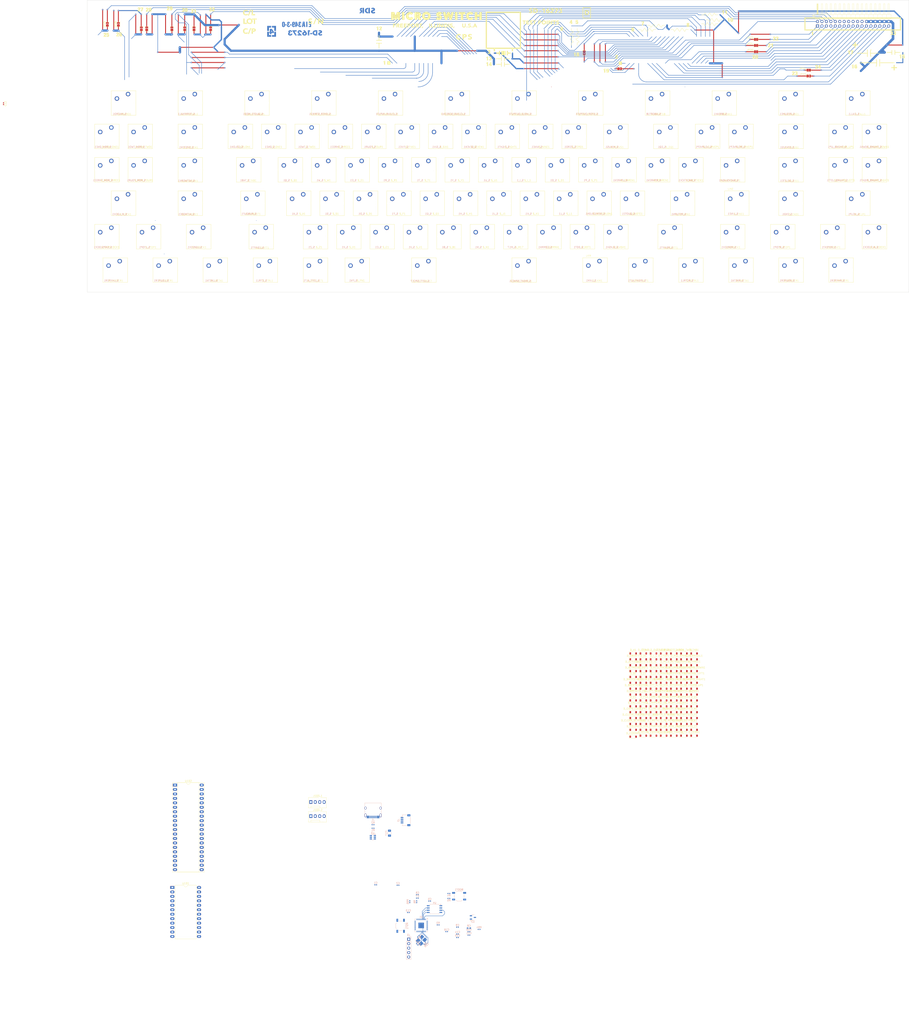
<source format=kicad_pcb>
(kicad_pcb (version 20240108) (generator "pcbnew") (generator_version "8.0")
  (layers (0 "F.Cu" signal) (31 "B.Cu" signal) (34 "B.Paste" user) (35 "F.Paste" user) (36 "B.SilkS" user "B.Silkscreen") (37 "F.SilkS" user "F.Silkscreen") (38 "B.Mask" user) (39 "F.Mask" user) (44 "Edge.Cuts" user))
  (net 0 "")
  (net 1 "ROW7")
  (net 2 "GND")
  (net 3 "COL4")
  (net 4 "ROW0")
  (net 5 "COL2")
  (net 6 "COL3")
  (net 7 "COL5")
  (net 8 "COL6")
  (net 9 "COL7")
  (net 10 "COL8")
  (net 11 "COL10")
  (net 12 "COL11")
  (net 13 "COL13")
  (net 14 "COL1")
  (net 15 "COL0")
  (net 16 "ROW1")
  (net 17 "ROW6")
  (net 18 "ROW2")
  (net 19 "ROW3")
  (net 20 "ROW5")
  (net 21 "ROW4")
  (net 22 "CONN2")
  (net 23 "CONN3")
  (net 24 "CONN4")
  (net 25 "CONN5")
  (net 26 "CONN6")
  (net 27 "CONN8")
  (net 28 "CONN9")
  (net 29 "CONN10")
  (net 30 "/A0")
  (net 31 "/A1")
  (net 32 "/A2")
  (net 33 "/A3")
  (net 34 "/A4")
  (net 35 "+5V")
  (net 36 "T0")
  (net 37 "RESET")
  (net 38 "INT")
  (net 39 "READ")
  (net 40 "WRITE")
  (net 41 "/DB0")
  (net 42 "/DB1")
  (net 43 "/DB2")
  (net 44 "/DB3")
  (net 45 "/DB4")
  (net 46 "/DB5")
  (net 47 "/DB6")
  (net 48 "/DB7")
  (net 49 "CONN27")
  (net 50 "A5")
  (net 51 "A6")
  (net 52 "A7")
  (net 53 "/X1")
  (net 54 "T1")
  (net 55 "CONN29")
  (net 56 "CONN33")
  (net 57 "/X2")
  (net 58 "COL9")
  (net 59 "COL12")
  (net 60 "COL14")
  (net 61 "COL15")
  (net 62 "Net-(C21-Pad2)")
  (net 63 "Net-(R4-Pad1)")
  (net 64 "Net-(BOOT1-Pad2)")
  (net 65 "+3V3")
  (net 66 "+1V1")
  (net 67 "XIN")
  (net 278 "VBUS")
  (net 284 "D+")
  (net 285 "Net-(J1-CC2)")
  (net 286 "D-")
  (net 289 "Net-(J1-CC1)")
  (net 290 "SVD")
  (net 291 "SVC")
  (net 292 "Net-(U1-USB_DP)")
  (net 293 "Net-(U1-USB_DM)")
  (net 294 "XOUT")
  (net 295 "Q_SEL")
  (net 514 "Q_IO0")
  (net 515 "Q_IO3")
  (net 523 "Q_IO1")
  (net 526 "Q_CLK")
  (net 539 "Q_IO2")
  (footprint "MountingHole:MountingHole_2.5mm" (layer "F.Cu") (at 79.6 243.9)
    (property "Reference" "REF**" (hide yes))
    (property "Value" "Hole_2.5mm")
  )
  (footprint "Diode_SMD:D_SOD-123" (layer "F.Cu") (at 404.853 484.016)
    (property "Reference" "D_SIX1")
    (property "Value" "D")
  )
  (footprint "Button_Switch_Keyboard:SW_MX_1U" (layer "F.Cu") (at 185.0125 197.15)
    (property "Reference" "S_A1")
    (property "Value" "A")
  )
  (footprint "Button_Switch_Keyboard:SW_MX_1U" (layer "F.Cu") (at 289.7874 216.2)
    (property "Reference" "S_N1")
    (property "Value" "N")
  )
  (footprint "Diode_SMD:D_SOD-123" (layer "F.Cu") (at 410.648 457.216)
    (property "Reference" "D_TERMINAL1")
    (property "Value" "D")
  )
  (footprint "MountingHole:MountingHole_2.5mm" (layer "F.Cu") (at 384.55 123.3)
    (property "Reference" "REF**" (hide yes))
    (property "Value" "Hole_2.5mm")
  )
  (footprint "Diode_SMD:D_SOD-123" (layer "F.Cu") (at 393.263 467.266)
    (property "Reference" "D_MINUS1")
    (property "Value" "D")
  )
  (footprint "Button_Switch_Keyboard:SW_MX_1.5U" (layer "F.Cu") (at 461.23737 216.2)
    (property "Reference" "S_RTOP1")
    (property "Value" "RIGHT_TOP")
  )
  (footprint "Diode_SMD:D_SOD-123" (layer "F.Cu") (at 375.878 487.366)
    (property "Reference" "D_CAPS_LOCK1")
    (property "Value" "D")
  )
  (footprint "Button_Switch_Keyboard:SW_MX_2U" (layer "F.Cu") (at 275.5 140)
    (property "Reference" "S_CLEAR_SCREEN1")
    (property "Value" "CLEAR_SCREEN")
  )
  (footprint "Diode_SMD:D_SOD-123" (layer "F.Cu") (at 399.058 490.716)
    (property "Reference" "D_RMETA1")
    (property "Value" "D")
  )
  (footprint "Button_Switch_Keyboard:SW_MX_1U" (layer "F.Cu") (at 75.475 159.05)
    (property "Reference" "S_ROM_ONE1")
    (property "Value" "ROM_ONE")
  )
  (footprint "Diode_SMD:D_SOD-123" (layer "F.Cu") (at 404.853 470.616)
    (property "Reference" "D_RUBOUT1")
    (property "Value" "D")
  )
  (footprint "Button_Switch_Keyboard:SW_MX_1U" (layer "F.Cu") (at 437.4249 159.05)
    (property "Reference" "S_RCURVEP1")
    (property "Value" "RCURVEP")
  )
  (footprint "Button_Switch_Keyboard:SW_MX_1.5U" (layer "F.Cu") (at 137.3875 235.25)
    (property "Reference" "S_LMETA1")
    (property "Value" "LEFT_META")
  )
  (footprint "Button_Switch_Keyboard:SW_MX_1.5U" (layer "F.Cu") (at 432.66238 178.1)
    (property "Reference" "S_BACKSLASH1")
    (property "Value" "BACKSLASH")
  )
  (footprint "Button_Switch_Keyboard:SW_MX_2U" (layer "F.Cu") (at 504.09985 140)
    (property "Reference" "S_CALL1")
    (property "Value" "CALL")
  )
  (footprint "MountingHole:MountingHole_2.5mm" (layer "F.Cu") (at 460.8 123.3)
    (property "Reference" "REF**" (hide yes))
    (property "Value" "Hole_2.5mm")
  )
  (footprint "Diode_SMD:D_SOD-123" (layer "F.Cu") (at 404.853 500.766)
    (property "Reference" "D_T1")
    (property "Value" "D")
  )
  (footprint "Capacitor_SMD:C_0402_1005Metric" (layer "F.Cu") (at 16.474 140.384 -90)
    (property "Reference" "C12")
    (property "Value" "100n")
  )
  (footprint "Button_Switch_Keyboard:SW_MX_1.5U" (layer "F.Cu") (at 432.66235 216.2)
    (property "Reference" "S_RGREEK1")
    (property "Value" "RIGHT_GREEK")
  )
  (footprint "Button_Switch_Keyboard:SW_MX_1U" (layer "F.Cu") (at 327.8874 216.2)
    (property "Reference" "S_COMMA1")
    (property "Value" "COMMA")
  )
  (footprint "Button_Switch_Keyboard:SW_MX_1U" (layer "F.Cu") (at 94.525 159.05)
    (property "Reference" "S_ROM_TWO1")
    (property "Value" "ROM_TWO")
  )
  (footprint "Diode_SMD:D_SOD-123" (layer "F.Cu") (at 393.263 484.016)
    (property "Reference" "D_O1")
    (property "Value" "D")
  )
  (footprint "Diode_SMD:D_SOD-123" (layer "F.Cu") (at 375.878 490.716)
    (property "Reference" "D_CLEAR_INPUT1")
    (property "Value" "D")
  )
  (footprint "Button_Switch_Keyboard:SW_MX_1U" (layer "F.Cu") (at 180.25002 178.1)
    (property "Reference" "S_Q1")
    (property "Value" "Q")
  )
  (footprint "Button_Switch_Keyboard:SW_MX_1U" (layer "F.Cu") (at 227.87495 159.05)
    (property "Reference" "S_FOUR1")
    (property "Value" "FOUR")
  )
  (footprint "Connector_PinHeader_2.54mm:PinHeader_2x17_P2.54mm_Horizontal" (layer "F.Cu") (at 481.071 96.074 90)
    (property "Reference" "J0")
    (property "Value" "Conn_02x17_Odd_Even")
  )
  (footprint "Diode_SMD:D_SOD-123" (layer "F.Cu") (at 410.648 470.616)
    (property "Reference" "D_THUMB_RIGHT1")
    (property "Value" "D")
  )
  (footprint "Diode_SMD:D_SOD-123" (layer "F.Cu") (at 381.673 463.916)
    (property "Reference" "D_DOT1")
    (property "Value" "D")
  )
  (footprint "Diode_SMD:D_SOD-123" (layer "F.Cu") (at 387.468 484.016)
    (property "Reference" "D_LHYPER1")
    (property "Value" "D")
  )
  (footprint "Button_Switch_Keyboard:SW_MX_1U" (layer "F.Cu") (at 265.97495 159.05)
    (property "Reference" "S_SIX1")
    (property "Value" "SIX")
  )
  (footprint "MountingHole:MountingHole_2.5mm" (layer "F.Cu") (at 79.3 123.3)
    (property "Reference" "REF**" (hide yes))
    (property "Value" "Hole_2.5mm")
  )
  (footprint "Diode_SMD:D_SOD-123" (layer "F.Cu") (at 375.878 484.016)
    (property "Reference" "D_CALL1")
    (property "Value" "D")
  )
  (footprint "Button_Switch_Keyboard:SW_MX_1.5U" (layer "F.Cu") (at 127.862495 216.2)
    (property "Reference" "S_LGREEK1")
    (property "Value" "LEFT_GREEK")
  )
  (footprint "Button_Switch_Keyboard:SW_MX_2U" (layer "F.Cu") (at 465.99985 197.15)
    (property "Reference" "S_END1")
    (property "Value" "END1")
  )
  (footprint "Button_Switch_Keyboard:SW_MX_1U" (layer "F.Cu") (at 75.475 216.2)
    (property "Reference" "S_CAPSLOCK1")
    (property "Value" "CAPS_LOCK")
  )
  (footprint "Button_Switch_Keyboard:SW_MX_1U" (layer "F.Cu") (at 280.26245 197.15)
    (property "Reference" "S_H1")
    (property "Value" "H")
  )
  (footprint "Button_Switch_Keyboard:SW_MX_1.5U" (layer "F.Cu") (at 80.2375 235.25)
    (property "Reference" "S_LHYPER1")
    (property "Value" "LEFT_HYPER")
  )
  (footprint "Button_Switch_Keyboard:SW_MX_1U" (layer "F.Cu") (at 208.82497 159.05)
    (property "Reference" "S_THREE1")
    (property "Value" "THREE")
  )
  (footprint "Button_Switch_Keyboard:SW_MX_1.5U" (layer "F.Cu") (at 108.8125 235.25)
    (property "Reference" "S_LSUPER1")
    (property "Value" "LEFT_SUPER")
  )
  (footprint "Diode_SMD:D_SOD-123" (layer "F.Cu") (at 375.878 480.666)
    (property "Reference" "D_C1")
    (property "Value" "D")
  )
  (footprint "Button_Switch_Keyboard:SW_MX_1U" (layer "F.Cu") (at 151.675 159.05)
    (property "Reference" "S_COLON1")
    (property "Value" "COLON")
  )
  (footprint "Diode_SMD:D_SOD-123" (layer "F.Cu") (at 387.468 467.266)
    (property "Reference" "D_L1")
    (property "Value" "D")
  )
  (footprint "Diode_SMD:D_SOD-123" (layer "F.Cu") (at 410.648 487.366)
    (property "Reference" "D_W1")
    (property "Value" "D")
  )
  (footprint "Button_Switch_Keyboard:SW_MX_2U" (layer "F.Cu") (at 404.08737 197.15)
    (property "Reference" "S_RETURN1")
    (property "Value" "RETURN")
  )
  (footprint "Button_Switch_Keyboard:SW_MX_1U" (layer "F.Cu") (at 204.06248 197.15)
    (property "Reference" "S_S1")
    (property "Value" "S")
  )
  (footprint "Button_Switch_Keyboard:SW_MX_1U" (layer "F.Cu") (at 242.16246 197.15)
    (property "Reference" "S_F1")
    (property "Value" "F")
  )
  (footprint "Diode_SMD:D_SOD-123" (layer "F.Cu") (at 404.853 487.366)
    (property "Reference" "D_SLASH1")
    (property "Value" "D")
  )
  (footprint "Button_Switch_Keyboard:SW_MX_2U" (layer "F.Cu") (at 199.30002 140)
    (property "Reference" "S_OVER_STRIKE1")
    (property "Value" "OVER_STRIKE")
  )
  (footprint "Graphics_Text" (layer "F.Cu") (at 301.45 103.8)
    (property "Reference" "G***" (hide yes))
    (property "Value" "LOGO" (hide yes))
  )
  (footprint "Button_Switch_Keyboard:SW_MX_2.25U" (layer "F.Cu") (at 396.9436 216.2)
    (property "Reference" "S_RSHIFT1")
    (property "Value" "RIGHT_SHIFT")
  )
  (footprint "Button_Switch_Keyboard:SW_MX_1U" (layer "F.Cu") (at 223.11247 197.15)
    (property "Reference" "S_D1")
    (property "Value" "D")
  )
  (footprint "Diode_SMD:D_SOD-123" (layer "F.Cu") (at 410.648 473.966)
    (property "Reference" "D_THUMB_UP1")
    (property "Value" "D")
  )
  (footprint "Jumper:SolderJumper-2_P1.3mm_Open_TrianglePad1.0x1.5mm" (layer "F.Cu") (at 112.5728 97.6376 90)
    (property "Reference" "JP29" (hide yes))
    (property "Value" "Jumper Open")
  )
  (footprint "Button_Switch_Keyboard:SW_MX_1U" (layer "F.Cu") (at 256.44998 178.1)
    (property "Reference" "S_T1")
    (property "Value" "T")
  )
  (footprint "Diode_SMD:D_SOD-123" (layer "F.Cu") (at 375.878 473.966)
    (property "Reference" "D_BACKTICK1")
    (property "Value" "D")
  )
  (footprint "Button_Switch_Keyboard:SW_MX_2U" (layer "F.Cu") (at 465.99988 159.05)
    (property "Reference" "S_STATUS1")
    (property "Value" "STATUS")
  )
  (footprint "Button_Switch_Keyboard:SW_MX_2U" (layer "F.Cu") (at 237.40002 140)
    (property "Reference" "S_CLEAR_INPUT1")
    (property "Value" "CLEAR_INPUT")
  )
  (footprint "Button_Switch_Keyboard:SW_MX_1U" (layer "F.Cu") (at 356.4624 197.15)
    (property "Reference" "S_SEMICOLON1")
    (property "Value" "SEMICOLON")
  )
  (footprint "Button_Switch_Keyboard:SW_MX_1U" (layer "F.Cu") (at 375.5124 197.15)
    (property "Reference" "S_QUOTE1")
    (property "Value" "QUOTE")
  )
  (footprint "Button_Switch_Keyboard:SW_MX_1.5U" (layer "F.Cu") (at 408.85007 235.25)
    (property "Reference" "S_RCTRL1")
    (property "Value" "RIGHT_CTRL")
  )
  (footprint "Button_Switch_Keyboard:SW_MX_1U" (layer "F.Cu") (at 170.72499 159.05)
    (property "Reference" "S_ONE1")
    (property "Value" "ONE")
  )
  (footprint "Button_Switch_Keyboard:SW_MX_1U" (layer "F.Cu") (at 513.6249 178.1)
    (property "Reference" "S_THUMB_RIGHT1")
    (property "Value" "THUMB_RIGHT")
  )
  (footprint "Button_Switch_Keyboard:SW_MX_2U" (layer "F.Cu") (at 389.79993 140)
    (property "Reference" "S_ABORT18")
    (property "Value" "ABORT")
  )
  (footprint "Diode_SMD:D_SOD-123" (layer "F.Cu") (at 410.648 490.716)
    (property "Reference" "D_X1")
    (property "Value" "D")
  )
  (footprint "Diode_SMD:D_SOD-123" (layer "F.Cu") (at 387.468 477.316)
    (property "Reference" "D_LEFT_SPC17")
    (property "Value" "D")
  )
  (footprint "Diode_SMD:D_SOD-123" (layer "F.Cu") (at 381.673 473.966)
    (property "Reference" "D_END1")
    (property "Value" "D")
  )
  (footprint "Package_DIP:DIP-40_W15.24mm_Socket_LongPads" (layer "F.Cu") (at 114.356 528.912)
    (property "Reference" "U102")
    (property "Value" "8048")
  )
  (footprint "Button_Switch_Keyboard:SW_MX_1U" (layer "F.Cu") (at 218.35002 235.25)
    (property "Reference" "S_FN1")
    (property "Value" "FN")
  )
  (footprint "Diode_SMD:D_SOD-123" (layer "F.Cu") (at 399.058 477.316)
    (property "Reference" "D_RGREEK1")
    (property "Value" "D")
  )
  (footprint "Diode_SMD:D_SOD-123" (layer "F.Cu") (at 387.468 460.566)
    (property "Reference" "D_J1")
    (property "Value" "D")
  )
  (footprint "Diode_SMD:D_SOD-123" (layer "F.Cu") (at 375.878 453.866)
    (property "Reference" "D_A1")
    (property "Value" "D")
  )
  (footprint "Button_Switch_Keyboard:SW_MX_1U" (layer "F.Cu") (at 213.58746 216.2)
    (property "Reference" "S_X1")
    (property "Value" "X")
  )
  (footprint "Button_Switch_Keyboard:SW_MX_1.5U" (layer "F.Cu") (at 165.96251 235.25)
    (property "Reference" "S_CTRL1")
    (property "Value" "LEFT_CTRL")
  )
  (footprint "Diode_SMD:D_SOD-123" (layer "F.Cu") (at 387.468 457.216)
    (property "Reference" "D_I_1")
    (property "Value" "D")
  )
  (footprint "MountingHole:MountingHole_2.5mm" (layer "F.Cu") (at 517.8 123.3)
    (property "Reference" "REF**" (hide yes))
    (property "Value" "Hole_2.5mm")
  )
  (footprint "Diode_SMD:D_SOD-123" (layer "F.Cu") (at 375.878 457.216)
    (property "Reference" "D_ABORT1")
    (property "Value" "D")
  )
  (footprint "Diode_SMD:D_SOD-123" (layer "F.Cu") (at 381.673 484.016)
    (property "Reference" "D_FIVE1")
    (property "Value" "D")
  )
  (footprint "Diode_SMD:D_SOD-123" (layer "F.Cu") (at 404.853 497.416)
    (property "Reference" "D_SYSTEM1")
    (property "Value" "D")
  )
  (footprint "Diode_SMD:D_SOD-123" (layer "F.Cu") (at 387.468 490.716)
    (property "Reference" "D_LKM1")
    (property "Value" "D")
  )
  (footprint "Diode_SMD:D_SOD-123" (layer "F.Cu") (at 393.263 494.066)
    (property "Reference" "D_P1")
    (property "Value" "D")
  )
  (footprint "Diode_SMD:D_SOD-123" (layer "F.Cu") (at 404.853 453.866)
    (property "Reference" "D_ROM_TWO1")
    (property "Value" "D")
  )
  (footprint "Button_Switch_Keyboard:SW_MX_2U" (layer "F.Cu") (at 427.8999 140)
    (property "Reference" "S_BREAK1")
    (property "Value" "BREAK")
  )
  (footprint "Diode_SMD:D_SOD-123" (layer "F.Cu") (at 404.853 473.966)
    (property "Reference" "D_S1")
    (property "Value" "D")
  )
  (footprint "Diode_SMD:D_SOD-123" (layer "F.Cu") (at 375.878 470.616)
    (property "Reference" "D_BACKSLASH1")
    (property "Value" "D")
  )
  (footprint "Diode_SMD:D_SOD-123" (layer "F.Cu") (at 387.468 453.866)
    (property "Reference" "D_HOLD_OUTPUT1")
    (property "Value" "D")
  )
  (footprint "Jumper:SolderJumper-2_P1.3mm_Open_TrianglePad1.0x1.5mm" (layer "F.Cu") (at 119.888 97.6376 90)
    (property "Reference" "JP30" (hide yes))
    (property "Value" "Jumper Open")
  )
  (footprint "Button_Switch_Keyboard:SW_MX_1U" (layer "F.Cu") (at 494.57486 159.05)
    (property "Reference" "S_THUMB_UP1")
    (property "Value" "THUMB_UP")
  )
  (footprint "Diode_SMD:D_SOD-123" (layer "F.Cu") (at 393.263 477.316)
    (property "Reference" "D_NETWORK1")
    (property "Value" "D")
  )
  (footprint "Button_Switch_Keyboard:SW_MX_2U" (layer "F.Cu") (at 504.09982 197.15)
    (property "Reference" "S_HELP1")
    (property "Value" "HELP")
  )
  (footprint "Button_Switch_Keyboard:SW_MX_1U" (layer "F.Cu") (at 337.4124 197.15)
    (property "Reference" "S_L1")
    (property "Value" "L")
  )
  (footprint "Diode_SMD:D_SOD-123" (layer "F.Cu") (at 399.058 494.066)
    (property "Reference" "D_ROM_FOUR1")
    (property "Value" "D")
  )
  (footprint "Jumper:SolderJumper-2_P1.3mm_Open_TrianglePad1.0x1.5mm" (layer "F.Cu") (at 368.1216 120.434)
    (property "Reference" "JP19" (hide yes))
    (property "Value" "Jumper Open")
  )
  (footprint "Diode_SMD:D_SOD-123" (layer "F.Cu") (at 404.853 477.316)
    (property "Reference" "D_SEMICOLON1")
    (property "Value" "D")
  )
  (footprint "Button_Switch_Keyboard:SW_MX_1.5U" (layer "F.Cu") (at 194.53752 235.25)
    (property "Reference" "S_LEFT_ALT1")
    (property "Value" "LEFT_ALT")
  )
  (footprint "Button_Switch_Keyboard:SW_MX_1.5U" (layer "F.Cu") (at 437.42508 235.25)
    (property "Reference" "S_RMETA1")
    (property "Value" "RIGHT_META")
  )
  (footprint "Button_Switch_Keyboard:SW_MX_1.5U" (layer "F.Cu") (at 489.81238 216.2)
    (property "Reference" "S_REPEAT1")
    (property "Value" "REPEAT")
  )
  (footprint "Diode_SMD:D_SOD-123" (layer "F.Cu") (at 387.468 497.416)
    (property "Reference" "D_LPAREN1")
    (property "Value" "D")
  )
  (footprint "Diode_SMD:D_SOD-123" (layer "F.Cu") (at 387.468 470.616)
    (property "Reference" "D_LCURVEP1")
    (property "Value" "D")
  )
  (footprint "Button_Switch_Keyboard:SW_MX_2U" (layer "F.Cu") (at 85 140)
    (property "Reference" "S_MACRO1")
    (property "Value" "MACRO")
  )
  (footprint "Diode_SMD:D_SOD-123" (layer "F.Cu") (at 399.058 500.766)
    (property "Reference" "D_ROM_THREE1")
    (property "Value" "D")
  )
  (footprint "Connector:FanPinHeader_1x04_P2.54mm_Vertical" (layer "F.Cu") (at 191.863 538.596)
    (property "Reference" "J103_1")
    (property "Value" "Conn_01x04")
  )
  (footprint "Button_Switch_Keyboard:SW_MX_1U" (layer "F.Cu") (at 346.93738 216.2)
    (property "Reference" "S_DOT1")
    (property "Value" "DOT")
  )
  (footprint "Diode_SMD:D_SOD-123" (layer "F.Cu") (at 387.468 494.066)
    (property "Reference" "D_LMETA1")
    (property "Value" "D")
  )
  (footprint "Diode_SMD:D_SOD-123" (layer "F.Cu") (at 387.468 480.666)
    (property "Reference" "D_LGREEK1")
    (property "Value" "D")
  )
  (footprint "Diode_SMD:D_SOD-123" (layer "F.Cu") (at 375.878 497.416)
    (property "Reference" "D_COLON1")
    (property "Value" "D")
  )
  (footprint "Button_Switch_Keyboard:SW_MX_1U" (layer "F.Cu") (at 365.98737 216.2)
    (property "Reference" "S_SLASH1")
    (property "Value" "SLASH")
  )
  (footprint "Diode_SMD:D_SOD-123" (layer "F.Cu") (at 381.673 500.766)
    (property "Reference" "D_HELP1")
    (property "Value" "D")
  )
  (footprint "Diode_SMD:D_SOD-123" (layer "F.Cu") (at 381.673 494.066)
    (property "Reference" "D_G1")
    (property "Value" "D")
  )
  (footprint "Button_Switch_Keyboard:SW_MX_1U" (layer "F.Cu") (at 308.8374 216.2)
    (property "Reference" "S_M17")
    (property "Value" "M")
  )
  (footprint "Button_Switch_Keyboard:SW_MX_1U" (layer "F.Cu") (at 389.7999 178.1)
    (property "Reference" "S_RPAREN1")
    (property "Value" "RPAREN")
  )
  (footprint "Diode_SMD:D_SOD-123" (layer "F.Cu") (at 410.648 463.916)
    (property "Reference" "D_THUMB_DOWN1")
    (property "Value" "D")
  )
  (footprint "Jumper:SolderJumper-2_P1.3mm_Bridged2Bar_Pad1.0x1.5mm" (layer "F.Cu") (at 445.9966 103.734)
    (property "Reference" "JP22")
    (property "Value" "Jumper Bridged")
  )
  (footprint "Diode_SMD:D_SOD-123" (layer "F.Cu") (at 381.673 480.666)
    (property "Reference" "D_F1")
    (property "Value" "D")
  )
  (footprint "Button_Switch_Keyboard:SW_MX_1U" (layer "F.Cu") (at 275.49997 178.1)
    (property "Reference" "S_Y1")
    (property "Value" "Y")
  )
  (footprint "Button_Switch_Keyboard:SW_MX_1U" (layer "F.Cu") (at 232.63745 216.2)
    (property "Reference" "S_C1")
    (property "Value" "C")
  )
  (footprint "Button_Switch_Keyboard:SW_MX_3U" (layer "F.Cu") (at 256.45 235.25)
    (property "Reference" "S_LEFT_SPC17")
    (property "Value" "LEFT_SPACE")
  )
  (footprint "Diode_SMD:D_SOD-123" (layer "F.Cu") (at 393.263 497.416)
    (property "Reference" "D_Q1")
    (property "Value" "D")
  )
  (footprint "Jumper:SolderJumper-2_P1.3mm_Bridged2Bar_Pad1.0x1.5mm" (layer "F.Cu") (at 445.9966 110.759)
    (property "Reference" "JP20")
    (property "Value" "Jumper Bridged")
  )
  (footprint "Diode_SMD:D_SOD-123" (layer "F.Cu") (at 410.648 453.866)
    (property "Reference" "D_TAB1")
    (property "Value" "D")
  )
  (footprint "Button_Switch_Keyboard:SW_MX_1U" (layer "F.Cu") (at 199.3 178.1)
    (property "Reference" "S_W1")
    (property "Value" "W")
  )
  (footprint "Diode_SMD:D_SOD-123" (layer "F.Cu") (at 393.263 487.366)
    (property "Reference" "D_ONE1")
    (property "Value" "D")
  )
  (footprint "Diode_SMD:D_SOD-123" (layer "F.Cu") (at 381.673 453.866)
    (property "Reference" "D_CTRL1")
    (property "Value" "D")
  )
  (footprint "Button_Switch_Keyboard:SW_MX_1.5U" (layer "F.Cu") (at 380.27505 235.25)
    (property "Reference" "S_RIGHT_ALT1")
    (property "Value" "RIGHT_ALT")
  )
  (footprint "Diode_SMD:D_SOD-123" (layer "F.Cu") (at 375.878 494.066)
    (property "Reference" "D_CLEAR_SCREEN1")
    (property "Value" "D")
  )
  (footprint "Button_Switch_Keyboard:SW_MX_1.5U" (layer "F.Cu") (at 156.43752 178.1)
    (property "Reference" "S_TAB1")
    (property "Value" "TAB")
  )
  (footprint "Diode_SMD:D_SOD-123" (layer "F.Cu") (at 387.468 463.916)
    (property "Reference" "D_K1")
    (property "Value" "D")
  )
  (footprint "Diode_SMD:D_SOD-123" (layer "F.Cu") (at 381.673 470.616)
    (property "Reference" "D_EIGHT1")
    (property "Value" "D")
  )
  (footprint "Diode_SMD:D_SOD-123" (layer "F.Cu") (at 399.058 487.366)
    (property "Reference" "D_RIGHT_SPACE1")
    (property "Value" "D")
  )
  (footprint "Button_Switch_Keyboard:SW_MX_2U" (layer "F.Cu") (at 123.100006 140)
    (property "Reference" "S_TERMINAL1")
    (property "Value" "TERMINAL")
  )
  (footprint "Button_Switch_Keyboard:SW_MX_1U" (layer "F.Cu") (at 304.07492 159.05)
    (property "Reference" "S_EIGHT1")
    (property "Value" "EIGHT")
  )
  (footprint "Button_Switch_Keyboard:SW_MX_1U" (layer "F.Cu") (at 189.77498 159.05)
    (property "Reference" "S_TWO1")
    (property "Value" "TWO")
  )
  (footprint "Button_Switch_Keyboard:SW_MX_2U" (layer "F.Cu") (at 161.20001 140)
    (property "Reference" "S_QUOTE_MOD1")
    (property "Value" "QUOTE_MOD")
  )
  (footprint "Jumper:SolderJumper-2_P1.3mm_Open_TrianglePad1.0x1.5mm" (layer "F.Cu") (at 82.042 95.1346 90)
    (property "Reference" "JP26")
    (property "Value" "Jumper Open")
  )
  (footprint "MountingHole:MountingHole_2.5mm" (layer "F.Cu") (at 155.9 243.9)
    (property "Reference" "REF**" (hide yes))
    (property "Value" "Hole_2.5mm")
  )
  (footprint "Diode_SMD:D_SOD-123" (layer "F.Cu") (at 381.673 477.316)
    (property "Reference" "D_EQ1")
    (property "Value" "D")
  )
  (footprint "Button_Switch_Keyboard:SW_MX_2U" (layer "F.Cu") (at 313.59998 140)
    (property "Reference" "S_HOLD_OUTPUT1")
    (property "Value" "HOLD_OUTPUT")
  )
  (footprint "Diode_SMD:D_SOD-123" (layer "F.Cu") (at 375.85 501.35)
    (property "Reference" "D_COMMA1")
    (property "Value" "D")
  )
  (footprint "Button_Switch_Keyboard:SW_MX_1U" (layer "F.Cu") (at 218.34999 178.1)
    (property "Reference" "S_E1")
    (property "Value" "E")
  )
  (footprint "Connector:FanPinHeader_1x04_P2.54mm_Vertical" (layer "F.Cu") (at 191.863 546.646)
    (property "Reference" "J103_2")
    (property "Value" "Conn_01x04")
  )
  (footprint "Button_Switch_Keyboard:SW_MX_1U" (layer "F.Cu") (at 294.54996 178.1)
    (property "Reference" "S_U1")
    (property "Value" "U")
  )
  (footprint "Button_Switch_Keyboard:SW_MX_1.5U" (layer "F.Cu") (at 494.5751 235.25)
    (property "Reference" "S_RHYPER1")
    (property "Value" "RIGHT_HYPER")
  )
  (footprint "Diode_SMD:D_SOD-123" (layer "F.Cu") (at 393.263 480.666)
    (property "Reference" "D_NINE1")
    (property "Value" "D")
  )
  (footprint "MountingHole:MountingHole_2.5mm" (layer "F.Cu") (at 308.5 243.9)
    (property "Reference" "REF**" (hide yes))
    (property "Value" "Hole_2.5mm")
  )
  (footprint "MountingHole:MountingHole_2.5mm" (layer "F.Cu") (at 518.1 243.4)
    (property "Reference" "REF**" (hide yes))
    (property "Value" "Hole_2.5mm")
  )
  (footprint "Package_DIP:DIP-24_W15.24mm_LongPads" (layer "F.Cu") (at 112.832 587.332)
    (property "Reference" "U101")
    (property "Value" "74LS154")
  )
  (footprint "Diode_SMD:D_SOD-123" (layer "F.Cu") (at 404.853 463.916)
    (property "Reference" "D_RSUPER1")
    (property "Value" "D")
  )
  (footprint "Button_Switch_Keyboard:SW_MX_2U" (layer "F.Cu") (at 465.99988 178.1)
    (property "Reference" "S_DELETE1")
    (property "Value" "DELETE")
  )
  (footprint "Diode_SMD:D_SOD-123" (layer "F.Cu") (at 410.648 500.766)
    (property "Reference" "D_ZERO1")
    (property "Value" "D")
  )
  (footprint "Diode_SMD:D_SOD-123" (layer "F.Cu") (at 375.878 460.566)
    (property "Reference" "D_ALTLOCK1")
    (property "Value" "D")
  )
  (footprint "Diode_SMD:D_SOD-123" (layer "F.Cu") (at 410.648 477.316)
    (property "Reference" "D_TWO1")
    (property "Value" "D")
  )
  (footprint "Button_Switch_Keyboard:SW_MX_1U" (layer "F.Cu") (at 408.84988 178.1)
    (property "Reference" "S_BACKTICK1")
    (property "Value" "BACKTICK")
  )
  (footprint "Diode_SMD:D_SOD-123" (layer "F.Cu") (at 393.263 463.916)
    (property "Reference" "D_MACRO1")
    (property "Value" "D")
  )
  (footprint "Diode_SMD:D_SOD-123" (layer "F.Cu") (at 387.468 500.766)
    (property "Reference" "D_LSHIFT1")
    (property "Value" "D")
  )
  (footprint "Button_Switch_Keyboard:SW_MX_1U" (layer "F.Cu") (at 237.39998 178.1)
    (property "Reference" "S_R1")
    (property "Value" "R")
  )
  (footprint "Button_Switch_Keyboard:SW_MX_2U" (layer "F.Cu") (at 85 197.15)
    (property "Reference" "S_M_LOCK1")
    (property "Value" "MODE_LOCK_1")
  )
  (footprint "Diode_SMD:D_SOD-123" (layer "F.Cu") (at 399.058 460.566)
    (property "Reference" "D_RCTRL1")
    (property "Value" "D")
  )
  (footprint "Diode_SMD:D_SOD-123" (layer "F.Cu") (at 381.673 460.566)
    (property "Reference" "D_DELETE1")
    (property "Value" "D")
  )
  (footprint "Diode_SMD:D_SOD-123" (layer "F.Cu") (at 404.853 467.266)
    (property "Reference" "D_RTOP1")
    (property "Value" "D")
  )
  (footprint "Button_Switch_Keyboard:SW_MX_1.5U" (layer "F.Cu") (at 99.2875 216.2)
    (property "Reference" "S_LTOP1")
    (property "Value" "LEFT_TOP")
  )
  (footprint "Diode_SMD:D_SOD-123" (layer "F.Cu") (at 399.058 497.416)
    (property "Reference" "D_ROM_ONE1")
    (property "Value" "D")
  )
  (footprint "Diode_SMD:D_SOD-123" (layer "F.Cu") (at 410.648 460.566)
    (property "Reference" "D_THREE1")
    (property "Value" "D")
  )
  (footprint "Button_Switch_Keyboard:SW_MX_1U" (layer "F.Cu") (at 313.59995 178.1)
    (property "Reference" "S_I_1")
    (property "Value" "I")
  )
  (footprint "Jumper:SolderJumper-2_P1.3mm_Open_TrianglePad1.0x1.5mm" (layer "F.Cu") (at 98.1964 97.6376 90)
    (property "Reference" "JP28" (hide yes))
    (property "Value" "Jumper Open")
  )
  (footprint "Diode_SMD:D_SOD-123" (layer "F.Cu") (at 410.648 467.266)
    (property "Reference" "D_THUMB_LEFT1")
    (property "Value" "D")
  )
  (footprint "Button_Switch_Keyboard:SW_MX_1.5U" (layer "F.Cu") (at 466.0001 235.25)
    (property "Reference" "S_RSUPER1")
    (property "Value" "RIGHT_SUPER")
  )
  (footprint "Button_Switch_Keyboard:SW_MX_2U" (layer "F.Cu") (at 123.100006 159.05)
    (property "Reference" "S_SYSTEM1")
    (property "Value" "SYSTEM")
  )
  (footprint "Diode_SMD:D_SOD-123" (layer "F.Cu") (at 399.058 453.866)
    (property "Reference" "D_QUOTE_MOD1")
    (property "Value" "D")
  )
  (footprint "Diode_SMD:D_SOD-123" (layer "F.Cu") (at 399.058 467.266)
    (property "Reference" "D_REPEAT1")
    (property "Value" "D")
  )
  (footprint "MountingHole:MountingHole_2.5mm" (layer "F.Cu") (at 232.2 243.9)
    (property "Reference" "REF**" (hide yes))
    (property "Value" "Hole_2.5mm")
  )
  (footprint "MountingHole:MountingHole_2.5mm" (layer "F.Cu") (at 384.8 243.9)
    (property "Reference" "REF**" (hide yes))
    (property "Value" "Hole_2.5mm")
  )
  (footprint "Jumper:SolderJumper-2_P1.3mm_Bridged2Bar_Pad1.0x1.5mm" (layer "F.Cu") (at 445.9966 107.175)
    (property "Reference" "JP21")
    (property "Value" "Jumper Bridged")
  )
  (footprint "Button_Switch_Keyboard:SW_MX_2.25U" (layer "F.Cu") (at 163.58124 216.2)
    (property "Reference" "S_LSHIFT1")
    (property "Value" "LEFT_SHIFT")
  )
  (footprint "MountingHole:MountingHole_2.5mm" (layer "F.Cu") (at 155.6125 123.3)
    (property "Reference" "REF**" (hide yes))
    (property "Value" "Hole_2.5mm")
  )
  (footprint "Diode_SMD:D_SOD-123" (layer "F.Cu") (at 399.058 484.016)
    (property "Reference" "D_RIGHT_ALT1")
    (property "Value" "D")
  )
  (footprint "Diode_SMD:D_SOD-123" (layer "F.Cu") (at 381.673 467.266)
    (property "Reference" "D_E1")
    (property "Value" "D")
  )
  (footprint "Button_Switch_Keyboard:SW_MX_1U" (layer "F.Cu") (at 94.525 178.1)
    (property "Reference" "S_ROM_FOUR1")
    (property "Value" "ROM_FOUR")
  )
  (footprint "Diode_SMD:D_SOD-123" (layer "F.Cu") (at 399.058 480.666)
    (property "Reference" "D_RHYPER1")
    (property "Value" "D")
  )
  (footprint "Button_Switch_Keyboard:SW_MX_1U" (layer "F.Cu") (at 251.68744 216.2)
    (property "Reference" "S_V1")
    (property "Value" "V")
  )
  (footprint "Button_Switch_Keyboard:SW_MX_1.25U" (layer "F.Cu") (at 354.0813 235.25)
    (property "Reference" "S_LKM1")
    (property "Value" "LKM")
  )
  (footprint "Jumper:SolderJumper-2_P1.3mm_Open_TrianglePad1.0x1.5mm" (layer "F.Cu") (at 125.222 97.6376 90)
    (property "Reference" "JP31" (hide yes))
    (property "Value" "Jumper Open")
  )
  (footprint "Diode_SMD:D_SOD-123" (layer "F.Cu") (at 381.673 497.416)
    (property "Reference" "D_H1")
    (property "Value" "D")
  )
  (footprint "Diode_SMD:D_SOD-123" (layer "F.Cu") (at 381.673 457.216)
    (property "Reference" "D_D1")
    (property "Value" "D")
  )
  (footprint "Diode_SMD:D_SOD-123" (layer "F.Cu") (at 410.648 484.016)
    (property "Reference" "D_V1")
    (property "Value" "D")
  )
  (footprint "Diode_SMD:D_SOD-123" (layer "F.Cu") (at 375.878 463.916)
    (property "Reference" "D_ALTMODE1")
    (property "Value" "D")
  )
  (footprint "Diode_SMD:D_SOD-123" (layer "F.Cu") (at 393.263 500.766)
    (property "Reference" "D_QUOTE1")
    (property "Value" "D")
  )
  (footprint "Diode_SMD:D_SOD-123" (layer "F.Cu") (at 404.853 480.666)
    (property "Reference" "D_SEVEN1")
    (property "Value" "D")
  )
  (footprint "Button_Switch_Keyboard:SW_MX_1U" (layer "F.Cu") (at 370.7499 178.1)
    (property "Reference" "S_LPAREN1")
    (property "Value" "LPAREN")
  )
  (footprint "Jumper:SolderJumper-2_P1.3mm_Open_TrianglePad1.0x1.5mm" (layer "F.Cu") (at 95.1484 97.6376 90)
    (property "Reference" "JP27" (hide yes))
    (property "Value" "Jumper Open")
  )
  (footprint "Button_Switch_Keyboard:SW_MX_1.5U" (layer "F.Cu") (at 365.9874 159.05)
    (property "Reference" "S_MINUS1")
    (property "Value" "MINUS")
  )
  (footprint "Diode_SMD:D_SOD-123" (layer "F.Cu") (at 387.468 487.366)
    (property "Reference" "D_LINE1")
    (property "Value" "D")
  )
  (footprint "Button_Switch_Keyboard:SW_MX_2U" (layer "F.Cu") (at 123.100006 197.15)
    (property "Reference" "S_ALTMODE1")
    (property "Value" "ALTMODE")
  )
  (footprint "Diode_SMD:D_SOD-123" (layer "F.Cu") (at 393.263 473.966)
    (property "Reference" "D_N1")
    (property "Value" "D")
  )
  (footprint "Button_Switch_Keyboard:SW_MX_1U" (layer "F.Cu") (at 513.6249 216.2)
    (property "Reference" "S_ALTLOCK1")
    (property "Value" "ALT_LOCK")
  )
  (footprint "Diode_SMD:D_SOD-123" (layer "F.Cu") (at 410.648 497.416)
    (property "Reference" "D_Z1")
    (property "Value" "D")
  )
  (footprint "Diode_SMD:D_SOD-123" (layer "F.Cu") (at 381.673 487.366)
    (property "Reference" "D_FN1")
    (property "Value" "D")
  )
  (footprint "Diode_SMD:D_SOD-123" (layer "F.Cu") (at 404.853 457.216)
    (property "Reference" "D_RPAREN1")
    (property "Value" "D")
  )
  (footprint "Diode_SMD:D_SOD-123" (layer "F.Cu") (at 375.878 467.266)
    (property "Reference" "D_B1")
    (property "Value" "D")
  )
  (footprint "Button_Switch_Keyboard:SW_MX_1U" (layer "F.Cu") (at 270.73743 216.2)
    (property "Reference" "S_B1")
    (property "Value" "B")
  )
  (footprint "Button_Switch_Keyboard:SW_MX_1U" (layer "F.Cu") (at 75.475 178.1)
    (property "Reference" "S_ROM_THREE1")
    (property "Value" "ROM_THREE")
  )
  (footprint "Diode_SMD:D_SOD-123" (layer "F.Cu") (at 393.263 460.566)
    (property "Reference" "D_M1")
    (property "Value" "D")
  )
  (footprint "Diode_SMD:D_SOD-123" (layer "F.Cu") (at 404.853 460.566)
    (property "Reference" "D_RSHIFT1")
    (property "Value" "D")
  )
  (footprint "Diode_SMD:D_SOD-123" (layer "F.Cu") (at 399.058 457.216)
    (property "Reference" "D_R1")
    (property "Value" "D")
  )
  (footprint "Button_Switch_Keyboard:SW_MX_2U" (layer "F.Cu") (at 351.69995 140)
    (property "Reference" "S_STOP_OUTPUT1")
    (property "Value" "STOP_OUTPUT")
  )
  (footprint "MountingHole:MountingHole_2.5mm" (layer "F.Cu") (at 461.1 243.9)
    (property "Reference" "REF**" (hide yes))
    (property "Value" "Hole_2.5mm")
  )
  (footprint "Diode_SMD:D_SOD-123" (layer "F.Cu") (at 410.648 480.666)
    (property "Reference" "D_U1")
    (property "Value" "D")
  )
  (footprint "Button_Switch_Keyboard:SW_MX_2U" (layer "F.Cu") (at 465.99988 140)
    (property "Reference" "S_RESUME1")
    (property "Value" "RESUME")
  )
  (footprint "Diode_SMD:D_SOD-123" (layer "F.Cu") (at 404.853 490.716)
    (property "Reference" "D_STATUS1")
    (property "Value" "D")
  )
  (footprint "Button_Switch_Keyboard:SW_MX_2U" (layer "F.Cu") (at 123.100006 178.1)
    (property "Reference" "S_NETWORK1")
    (property "Value" "NETWORK")
  )
  (footprint "Button_Switch_Keyboard:SW_MX_1U" (layer "F.Cu") (at 323.1249 159.05)
    (property "Reference" "S_NINE1")
    (property "Value" "NINE")
  )
  (footprint "Diode_SMD:D_SOD-123" (layer "F.Cu") (at 404.853 494.066)
    (property "Reference" "D_STOP_OUTPUT1")
    (property "Value" "D")
  )
  (footprint "Jumper:SolderJumper-2_P1.3mm_Open_TrianglePad1.0x1.5mm" (layer "F.Cu") (at 476.075 124.625)
    (property "Reference" "JP23")
    (property "Value" "Jumper Open")
  )
  (footprint "Diode_SMD:D_SOD-123" (layer "F.Cu") (at 387.468 473.966)
    (property "Reference" "D_LEFT_ALT1")
    (property "Value" "D")
  )
  (footprint "Jumper:SolderJumper-2_P1.3mm_Open_TrianglePad1.0x1.5mm" (layer "F.Cu") (at 75.7428 95.1346 90)
    (property "Reference" "JP25")
    (property "Value" "Jumper Open")
  )
  (footprint "Diode_SMD:D_SOD-123" (layer "F.Cu") (at 393.263 457.216)
    (property "Reference" "D_LTOP1")
    (property "Value" "D")
  )
  (footprint "Diode_SMD:D_SOD-123" (layer "F.Cu") (at 375.878 477.316)
    (property "Reference" "D_BREAK1")
    (property "Value" "D")
  )
  (footprint "Button_Switch_Keyboard:SW_MX_1U" (layer "F.Cu") (at 494.57486 178.1)
    (property "Reference" "S_THUMB_LEFT1")
    (property "Value" "THUMB_LEFT")
  )
  (footprint "Button_Switch_Keyboard:SW_MX_1U" (layer "F.Cu") (at 351.69992 178.1)
    (property "Reference" "S_P1")
    (property "Value" "P")
  )
  (footprint "Diode_SMD:D_SOD-123" (layer "F.Cu") (at 399.058 470.616)
    (property "Reference" "D_RESUME1")
    (property "Value" "D")
  )
  (footprint "Jumper:SolderJumper-2_P1.3mm_Open_TrianglePad1.0x1.5mm" (layer "F.Cu") (at 134.6708 97.6376 90)
    (property "Reference" "JP32" (hide yes))
    (property "Value" "Jumper Open")
  )
  (footprint "Button_Switch_Keyboard:SW_MX_1.75U" (layer "F.Cu") (at 158.81876 197.15)
    (property "Reference" "S_RUBOUT1")
    (property "Value" "RUBOUT")
  )
  (footprint "Jumper:SolderJumper-2_P1.3mm_Open_TrianglePad1.0x1.5mm" (layer "F.Cu") (at 347.925 111.35 -90)
    (property "Reference" "JP18" (hide yes))
    (property "Value" "Jumper Open")
  )
  (footprint "Diode_SMD:D_SOD-123" (layer "F.Cu") (at 393.263 470.616)
    (property "Reference" "D_MODE_LOCK1")
    (property "Value" "D")
  )
  (footprint "Button_Switch_Keyboard:SW_MX_1.5U" (layer "F.Cu") (at 394.5624 159.05)
    (property "Reference" "S_EQ1")
    (property "Value" "EQ")
  )
  (footprint "Button_Switch_Keyboard:SW_MX_1.25U" (layer "F.Cu") (at 435.0436 197.15)
    (property "Reference" "S_LINE1")
    (property "Value" "LINE")
  )
  (footprint "Button_Switch_Keyboard:SW_MX_1U" (layer "F.Cu") (at 299.31244 197.15)
    (property "Reference" "S_J1")
    (property "Value" "J")
  )
  (footprint "Button_Switch_Keyboard:SW_MX_1U" (layer "F.Cu") (at 285.02493 159.05)
    (property "Reference" "S_SEVEN1")
    (property "Value" "SEVEN")
  )
  (footprint "Diode_SMD:D_SOD-123" (layer "F.Cu") (at 393.263 490.716)
    (property "Reference" "D_OVER_STRIKE1")
    (property "Value" "D")
  )
  (footprint "MountingHole:MountingHole_2.5mm" (layer "F.Cu") (at 308.2375 123.3)
    (property "Reference" "REF**" (hide yes))
    (property "Value" "Hole_2.5mm")
  )
  (footprint "Diode_SMD:D_SOD-123" (layer "F.Cu") (at 381.673 490.716)
    (property "Reference" "D_FOUR1")
    (property "Value" "D")
  )
  (footprint "Diode_SMD:D_SOD-123" (layer "F.Cu") (at 399.058 473.966)
    (property "Reference" "D_RETURN1")
    (property "Value" "D")
  )
  (footprint "Button_Switch_Keyboard:SW_MX_1U" (layer "F.Cu") (at 318.36243 197.15)
    (property "Reference" "S_K1")
    (property "Value" "K")
  )
  (footprint "Diode_SMD:D_SOD-123" (layer "F.Cu") (at 410.648 494.066)
    (property "Reference" "D_Y1")
    (property "Value" "D")
  )
  (footprint "Diode_SMD:D_SOD-123" (layer "F.Cu") (at 393.263 453.866)
    (property "Reference" "D_LSUPER1")
    (property "Value" "D")
  )
  (footprint "Button_Switch_Keyboard:SW_MX_1U" (layer "F.Cu") (at 332.64993 178.1)
    (property "Reference" "S_O1")
    (property "Value" "O")
  )
  (footprint "Jumper:SolderJumper-2_P1.3mm_Bridged2Bar_Pad1.0x1.5mm" (layer "F.Cu") (at 476.075 121.25)
    (property "Reference" "JP24")
    (property "Value" "Jumper Bridged")
  )
  (footprint "Button_Switch_Keyboard:SW_MX_1U" (layer "F.Cu") (at 246.92494 159.05)
    (property "Reference" "S_FIVE1")
    (property "Value" "FIVE")
  )
  (footprint "Button_Switch_Keyboard:SW_MX_1U" (layer "F.Cu") (at 418.3749 159.05)
    (property "Reference" "S_LCURVEP1")
    (property "Value" "LCURVEP")
  )
  (footprint "Button_Switch_Keyboard:SW_MX_3U" (layer "F.Cu") (at 313.60004 235.25)
    (property "Reference" "S_RIGHT_SPACE1")
    (property "Value" "RIGHT_SPACE")
  )
  (footprint "Button_Switch_Keyboard:SW_MX_1U" (layer "F.Cu") (at 261.21246 197.15)
    (property "Reference" "S_G1")
    (property "Value" "G")
  )
  (footprint "Button_Switch_Keyboard:SW_MX_1U" (layer "F.Cu") (at 194.53748 216.2)
    (property "Reference" "S_Z1")
    (property "Value" "Z")
  )
  (footprint "Button_Switch_Keyboard:SW_MX_1U" (layer "F.Cu") (at 513.6249 159.05)
    (property "Reference" "S_THUMB_DOWN1")
    (property "Value" "THUMB_DOWN")
  )
  (footprint "Diode_SMD:D_SOD-123" (layer "F.Cu") (at 399.058 463.916)
    (property "Reference" "D_RCURVEP1")
    (property "Value" "D")
  )
  (footprint "Button_Switch_Keyboard:SW_MX_1U" (layer "F.Cu") (at 342.1749 159.05)
    (property "Reference" "S_ZERO1")
    (property "Value" "ZERO")
  )
  (footprint "Fuse:Fuse_1206_3216Metric" (layer "B.Cu") (at 236.784 556.344 -90)
    (property "Reference" "F17")
    (property "Value" "Fuse_Small")
  )
  (footprint "Capacitor_SMD:C_0402_1005Metric" (layer "B.Cu") (at 282.108 612.545 180)
    (property "Reference" "C10")
    (property "Value" "100n")
  )
  (footprint "Package_TO_SOT_SMD:SOT-23-3" (layer "B.Cu") (at 284.3875 604.4)
    (property "Reference" "U2")
    (property "Value" "XC6206PxxxMR")
  )
  (footprint "Capacitor_SMD:C_0402_1005Metric" (layer "B.Cu") (at 275.618 613.883 180)
    (property "Reference" "C14")
    (property "Value" "100n")
  )
  (footprint "Package_DFN_QFN:QFN-56-1EP_7x7mm_P0.4mm_EP3.2x3.2mm" (layer "B.Cu") (at 254.856 608.96 180)
    (property "Reference" "U1")
    (property "Value" "RP2040")
  )
  (footprint "Connector_PinHeader_2.54mm:PinHeader_1x05_P2.54mm_Vertical" (layer "B.Cu") (at 247.75 616.81 180)
    (property "Reference" "J3")
    (property "Value" "Conn_01x05")
  )
  (footprint "Capacitor_SMD:C_0402_1005Metric" (layer "B.Cu") (at 257.05 619.35 45)
    (property "Reference" "C20")
    (property "Value" "22p")
  )
  (footprint "Resistor_SMD:R_0402_1005Metric" (layer "B.Cu") (at 227.388 553.55)
    (property "Reference" "R1")
    (property "Value" "5.1k")
  )
  (footprint "Capacitor_SMD:C_0402_1005Metric" (layer "B.Cu") (at 282.108 614.515 180)
    (property "Reference" "C11")
    (property "Value" "100n")
  )
  (footprint "Resistor_SMD:R_0402_1005Metric" (layer "B.Cu") (at 270.668 593.56)
    (property "Reference" "R5")
    (property "Value" "5.1k")
  )
  (footprint "Capacitor_SMD:C_0402_1005Metric" (layer "B.Cu") (at 228.91 585.808 180)
    (property "Reference" "C1")
    (property "Value" "1u")
  )
  (footprint "Button_Switch_SMD:SW_SPST_TL3342" (layer "B.Cu") (at 243.134 609.176 90)
    (property "Reference" "RST1")
    (property "Value" "SW_Push")
  )
  (footprint "Button_Switch_SMD:SW_SPST_TL3342" (layer "B.Cu") (at 276.51 592.29 180)
    (property "Reference" "BOOT1")
    (property "Value" "SW_Push")
  )
  (footprint "Capacitor_SMD:C_0402_1005Metric" (layer "B.Cu") (at 275.618 609.943 180)
    (property "Reference" "C9")
    (property "Value" "1u")
  )
  (footprint "Resistor_SMD:R_0402_1005Metric" (layer "B.Cu") (at 227.384 551.518 180)
    (property "Reference" "R2")
    (property "Value" "5.1k")
  )
  (footprint "Crystal:Crystal_SMD_3225-4Pin_3.2x2.5mm_HandSoldering" (layer "B.Cu") (at 255 617.4 45)
    (property "Reference" "Y1")
    (property "Value" "Crystal_GND24")
  )
  (footprint "Resistor_SMD:R_0402_1005Metric" (layer "B.Cu") (at 287.924 611.213 180)
    (property "Reference" "R94")
    (property "Value" "27")
  )
  (footprint "Resistor_SMD:R_0402_1005Metric" (layer "B.Cu") (at 248.34761 595.4338 -90)
    (property "Reference" "R95")
    (property "Value" "27")
  )
  (footprint "Capacitor_SMD:C_0603_1608Metric" (layer "B.Cu") (at 282.108 610.575 180)
    (property "Reference" "C8")
    (property "Value" "10u")
  )
  (footprint "Package_SO:SOIC-8_5.23x5.23mm_P1.27mm" (layer "B.Cu") (at 262.482 599.651 180)
    (property "Reference" "U4")
    (property "Value" "W25Q128JVS")
  )
  (footprint "Resistor_SMD:R_0402_1005Metric" (layer "B.Cu") (at 270.668 590.768)
    (property "Reference" "R4")
    (property "Value" "5.1k")
  )
  (footprint "Resistor_SMD:R_0402_1005Metric" (layer "B.Cu") (at 252.278 595.462 -90)
    (property "Reference" "R6")
    (property "Value" "1k")
  )
  (footprint "Capacitor_SMD:C_0402_1005Metric" (layer "B.Cu") (at 252.58942 619.73944 135)
    (property "Reference" "C21")
    (property "Value" "22p")
  )
  (footprint "Capacitor_SMD:C_0402_1005Metric" (layer "B.Cu") (at 252.69362 593.4018 180)
    (property "Reference" "C7")
    (property "Value" "100n")
  )
  (footprint "Package_TO_SOT_SMD:SOT-23-6" (layer "B.Cu") (at 227.2645 558.696 180)
    (property "Reference" "U3")
    (property "Value" "SRV05-4")
  )
  (footprint "Capacitor_SMD:C_0402_1005Metric" (layer "B.Cu") (at 259.716 595.079 180)
    (property "Reference" "C5")
    (property "Value" "1u")
  )
  (footprint "Resistor_SMD:R_0402_1005Metric" (layer "B.Cu") (at 253.25 615.15 45)
    (property "Reference" "R7")
    (property "Value" "1k")
  )
  (footprint "Capacitor_SMD:C_0402_1005Metric" (layer "B.Cu") (at 275.618 615.853 180)
    (property "Reference" "C15")
    (property "Value" "100n")
  )
  (footprint "Resistor_SMD:R_0402_1005Metric" (layer "B.Cu") (at 264.554 608.673 180)
    (property "Reference" "R3")
    (property "Value" "5.1k")
  )
  (footprint "Capacitor_SMD:C_0402_1005Metric" (layer "B.Cu") (at 252.69362 591.43176 180)
    (property "Reference" "C6")
    (property "Value" "1u")
  )
  (footprint "Capacitor_SMD:C_0402_1005Metric" (layer "B.Cu") (at 247.541 601.59 180)
    (property "Reference" "C13")
    (property "Value" "100n")
  )
  (footprint "Capacitor_SMD:C_0402_1005Metric" (layer "B.Cu") (at 269.408 612.483 180)
    (property "Reference" "C16")
    (property "Value" "100n")
  )
  (footprint "Battery:silkscreen back" (layer "B.Cu") (at 202 93.45 180)
    (property "Reference" "G***" (hide yes))
    (property "Value" "LOGO" (hide yes))
  )
  (footprint "Connector_USB:USB_C_Receptacle_HRO_TYPE-C-31-M-12" (layer "B.Cu") (at 227.386 543.084)
    (property "Reference" "J1")
    (property "Value" "USB_C_Receptacle_USB2.0_16P")
  )
  (footprint "Connector_JST:JST_SH_SM04B-SRSS-TB_1x04-1MP_P1.00mm_Horizontal" (layer "B.Cu") (at 245.928 548.978 -90)
    (property "Reference" "J2")
    (property "Value" "Conn_01x04")
  )
  (footprint "Capacitor_SMD:C_0402_1005Metric" (layer "B.Cu") (at 241.638 586.062 180)
    (property "Reference" "C2")
    (property "Value" "1u")
  )
  (gr_rect (start 64.25 81.3) (end 533.25 247.9) (stroke (width 0.1)) (fill none) (layer "Edge.Cuts"))
  (arc (start 329.19003 130.82) (mid 329.19 130.82004) (end 329.19 130.82008) (width 0.25) (layer "F.Cu") (net 0))
  (segment (start 108.22 234.29) (end 108.31 234.29) (width 0.25) (layer "B.Cu") (net 0))
  (arc (start 108.18 226.0825) (mid 108.19172 226.05421) (end 108.22 226.0425) (width 0.25) (layer "B.Cu") (net 0))
  (arc (start 103.115 207.02) (mid 103.132675 207.01268) (end 103.14 206.995) (width 0.25) (layer "B.Cu") (net 0))
  (segment (start 73.0504 98.6536) (end 73.0504 86.7664) (width 0.5) (layer "F.Cu") (net 1))
  (segment (start 75.7428 95.8596) (end 75.7428 98.6536) (width 0.5) (layer "F.Cu") (net 1))
  (via (at 73.0504 86.7664) (size 0.8) (drill 0.4) (layers "F.Cu" "B.Cu") (net 1))
  (via (at 73.0504 98.6536) (size 0.8) (drill 0.4) (layers "F.Cu" "B.Cu") (net 1))
  (via (at 75.7428 98.6536) (size 0.8) (drill 0.4) (layers "F.Cu" "B.Cu") (net 1))
  (segment (start 353.1707 99.20333) (end 342.424 109.95) (width 0.25) (layer "B.Cu") (net 1))
  (segment (start 373.52332 99.20333) (end 373.61 99.29) (width 0.25) (layer "B.Cu") (net 1))
  (segment (start 75.7428 98.6536) (end 73.0504 98.6536) (width 1.25) (layer "B.Cu") (net 1))
  (segment (start 73.002 98.6536) (end 73.0504 98.6536) (width 0.25) (layer "B.Cu") (net 1))
  (segment (start 353.62668 99.20333) (end 353.1707 99.20333) (width 0.25) (layer "B.Cu") (net 1))
  (segment (start 331.3216 98.8274) (end 331.3216 120.6966) (width 0.25) (layer "B.Cu") (net 1))
  (segment (start 331.3216 120.6966) (end 332.509 121.884) (width 0.25) (layer "B.Cu") (net 1))
  (segment (start 70.4216 101.234) (end 73.002 98.6536) (width 0.25) (layer "B.Cu") (net 1))
  (segment (start 335.025 100.202) (end 332.486 97.663) (width 0.25) (layer "B.Cu") (net 1))
  (segment (start 353.62668 99.20333) (end 353.19333 99.20333) (width 0.25) (layer "B.Cu") (net 1))
  (segment (start 339.44 109.95) (end 335.025 105.535) (width 0.25) (layer "B.Cu") (net 1))
  (segment (start 376.433 102.113) (end 373.61 99.29) (width 0.25) (layer "B.Cu") (net 1))
  (segment (start 342.424 109.95) (end 339.44 109.95) (width 0.25) (layer "B.Cu") (net 1))
  (segment (start 335.025 105.535) (end 335.025 100.202) (width 0.25) (layer "B.Cu") (net 1))
  (segment (start 353.62668 99.20333) (end 373.52332 99.20333) (width 0.25) (layer "B.Cu") (net 1))
  (segment (start 332.486 97.663) (end 331.3216 98.8274) (width 0.25) (layer "B.Cu") (net 1))
  (segment (start 529.6716 106.934) (end 520.6466 106.934) (width 0.5) (layer "F.Cu") (net 2))
  (segment (start 125.222 96.9126) (end 125.222 89.408) (width 0.5) (layer "F.Cu") (net 2))
  (segment (start 421.775 98.425) (end 421.775 117.35) (width 0.5) (layer "F.Cu") (net 2))
  (segment (start 421.725 98.375) (end 411.2 98.375) (width 0.5) (layer "F.Cu") (net 2))
  (segment (start 82.042 87.2744) (end 82.042 94.4096) (width 0.5) (layer "F.Cu") (net 2))
  (segment (start 139.5476 95.504) (end 150.7744 95.504) (width 0.5) (layer "F.Cu") (net 2))
  (segment (start 426.675 125.45) (end 426.675 117.425) (width 0.5) (layer "F.Cu") (net 2))
  (segment (start 435.997 100.209) (end 435.997 87.5844) (width 0.5) (layer "F.Cu") (net 2))
  (segment (start 95.06392 89.408) (end 95.06392 96.82812) (width 0.5) (layer "F.Cu") (net 2))
  (segment (start 275.3716 110.209) (end 286.6466 110.209) (width 0.5) (layer "F.Cu") (net 2))
  (segment (start 150.7744 95.504) (end 150.8252 95.4532) (width 0.5) (layer "F.Cu") (net 2))
  (segment (start 421.725 98.375) (end 421.775 98.425) (width 0.5) (layer "F.Cu") (net 2))
  (segment (start 119.888 89.408) (end 119.888 96.9126) (width 0.5) (layer "F.Cu") (net 2))
  (via (at 426.675 125.45) (size 0.8) (drill 0.4) (layers "F.Cu" "B.Cu") (net 2))
  (via (at 139.3952 95.5548) (size 0.8) (drill 0.4) (layers "F.Cu" "B.Cu") (net 2))
  (via (at 150.8252 95.4532) (size 0.8) (drill 0.4) (layers "F.Cu" "B.Cu") (net 2))
  (via (at 435.997 87.5844) (size 0.8) (drill 0.4) (layers "F.Cu" "B.Cu") (net 2))
  (via (at 520.6466 106.934) (size 0.8) (drill 0.4) (layers "F.Cu" "B.Cu") (net 2))
  (via (at 529.6716 106.934) (size 0.8) (drill 0.4) (layers "F.Cu" "B.Cu") (net 2))
  (via (at 421.772 117.353) (size 0.8) (drill 0.4) (layers "F.Cu" "B.Cu") (net 2))
  (via (at 435.997 100.209) (size 0.8) (drill 0.4) (layers "F.Cu" "B.Cu") (net 2))
  (via (at 82.042 87.2744) (size 0.8) (drill 0.4) (layers "F.Cu" "B.Cu") (net 2))
  (via (at 421.725 98.375) (size 0.8) (drill 0.4) (layers "F.Cu" "B.Cu") (net 2))
  (via (at 125.222 89.408) (size 0.8) (drill 0.4) (layers "F.Cu" "B.Cu") (net 2))
  (via (at 275.3716 110.209) (size 0.8) (drill 0.4) (layers "F.Cu" "B.Cu") (net 2))
  (via (at 95.06392 89.408) (size 0.8) (drill 0.4) (layers "F.Cu" "B.Cu") (net 2))
  (via (at 426.675 117.425) (size 0.8) (drill 0.4) (layers "F.Cu" "B.Cu") (net 2))
  (via (at 286.6466 110.209) (size 0.8) (drill 0.4) (layers "F.Cu" "B.Cu") (net 2))
  (via (at 119.888 89.408) (size 0.8) (drill 0.4) (layers "F.Cu" "B.Cu") (net 2))
  (via (at 411.2 98.375) (size 0.8) (drill 0.4) (layers "F.Cu" "B.Cu") (net 2))
  (segment (start 95.06392 89.408) (end 95.06392 89.475914) (width 0.25) (layer "B.Cu") (net 2))
  (segment (start 296.3672 117.9068) (end 296.3672 114.808) (width 1.25) (layer "B.Cu") (net 2))
  (segment (start 255.21213 615.5615) (end 254.78787 619.23846) (width 0.2) (layer "B.Cu") (net 2))
  (segment (start 421.944 98.375) (end 425.577 94.742) (width 0.75) (layer "B.Cu") (net 2))
  (segment (start 291.7682 110.209) (end 296.3672 114.808) (width 1.25) (layer "B.Cu") (net 2))
  (segment (start 286.6466 110.209) (end 291.7682 110.209) (width 1.25) (layer "B.Cu") (net 2))
  (segment (start 421.772 117.353) (end 426.603 117.353) (width 1.25) (layer "B.Cu") (net 2))
  (segment (start 519.303 111.125) (end 516.382 111.125) (width 1.5) (layer "B.Cu") (net 2))
  (segment (start 435.997 87.5844) (end 524.847 87.5844) (width 0.75) (layer "B.Cu") (net 2))
  (segment (start 340.614 96.012) (end 343.916 96.012) (width 0.25) (layer "B.Cu") (net 2))
  (segment (start 257.07117 620.05) (end 257.45 620.05) (width 0.2) (layer "B.Cu") (net 2))
  (segment (start 256.7106 619.6894) (end 255.2388 619.6894) (width 0.2) (layer "B.Cu") (net 2))
  (segment (start 252.92882 620.0788) (end 253.94753 620.0788) (width 0.2) (layer "B.Cu") (net 2))
  (segment (start 258.7 615.9843) (end 255.856 613.1403) (width 0.2) (layer "B.Cu") (net 2))
  (segment (start 524.1716 103.3354) (end 517.7473 109.7597) (width 1.5) (layer "B.Cu") (net 2))
  (segment (start 386.593 117.353) (end 394.665 125.425) (width 0.25) (layer "B.Cu") (net 2))
  (segment (start 421.725 98.375) (end 421.944 98.375) (width 0.25) (layer "B.Cu") (net 2))
  (segment (start 398.134 96.15) (end 396.24 98.044) (width 0.25) (layer "B.Cu") (net 2))
  (segment (start 392.811 98.044) (end 395.224 95.631) (width 0.25) (layer "B.Cu") (net 2))
  (segment (start 425.577 94.742) (end 427.99 92.329) (width 0.75) (layer "B.Cu") (net 2))
  (segment (start 524.1716 94.584) (end 524.1716 103.3354) (width 1.5) (layer "B.Cu") (net 2))
  (segment (start 411.2 98.375) (end 408.975 96.15) (width 0.25) (layer "B.Cu") (net 2))
  (segment (start 255.856 613.1403) (end 255.856 612.3975) (width 0.2) (layer "B.Cu") (net 2))
  (segment (start 346.958 96.012) (end 349.85 93.12) (width 0.25) (layer "B.Cu") (net 2))
  (segment (start 142.6972 106.5784) (end 146.304 110.1852) (width 1.25) (layer "B.Cu") (net 2))
  (segment (start 251.0954 110.1852) (end 266.4204 110.1852) (width 1.25) (layer "B.Cu") (net 2))
  (segment (start 390.124 98.044) (end 390.144 98.044) (width 0.25) (layer "B.Cu") (net 2))
  (segment (start 92.93032 87.2744) (end 95.06392 89.408) (width 0.5) (layer "B.Cu") (net 2))
  (segment (start 519.303 111.125) (end 517.9377 109.7597) (width 1.5) (layer "B.Cu") (net 2))
  (segment (start 395.224 97.028) (end 395.224 95.631) (width 1) (layer "B.Cu") (net 2))
  (segment (start 394.665 125.425) (end 426.65 125.425) (width 0.25) (layer "B.Cu") (net 2))
  (segment (start 521.711 93.534) (end 509.011 93.534) (width 1.5) (layer "B.Cu") (net 2))
  (segment (start 425.45 89.662) (end 428.117 92.329) (width 0.75) (layer "B.Cu") (net 2))
  (segment (start 517.9377 109.7597) (end 517.7473 109.7597) (width 0.25) (layer "B.Cu") (net 2))
  (segment (start 257.45 620.05) (end 258.7 618.8) (width 0.2) (layer "B.Cu") (net 2))
  (segment (start 419.613 117.353) (end 421.772 117.353) (width 1.25) (layer "B.Cu") (net 2))
  (segment (start 390.144 98.044) (end 392.811 98.044) (width 0.25) (layer "B.Cu") (net 2))
  (segment (start 507.9535 119.5535) (end 516.382 111.125) (width 1.25) (layer "B.Cu") (net 2))
  (segment (start 266.4204 110.1852) (end 266.441 110.2058) (width 1.25) (layer "B.Cu") (net 2))
  (segment (start 428.117 92.329) (end 435.997 100.209) (width 0.75) (layer "B.Cu") (net 2))
  (segment (start 150.8252 95.4532) (end 147.193 99.0854) (width 1.25) (layer "B.Cu") (net 2))
  (segment (start 255.856 609.96) (end 255.856 612.3975) (width 0.2) (layer "B.Cu") (net 2))
  (segment (start 142.6972 103.5812) (end 142.6972 106.5784) (width 1.25) (layer "B.Cu") (net 2))
  (segment (start 251.201 102.088) (end 251.201 110.0796) (width 1.25) (layer "B.Cu") (net 2))
  (segment (start 146.304 110.1852) (end 230.7844 110.1852) (width 1.25) (layer "B.Cu") (net 2))
  (segment (start 119.888 89.408) (end 125.222 89.408) (width 1.25) (layer "B.Cu") (net 2))
  (segment (start 521.711 93.534) (end 523.1216 93.534) (width 1.5) (layer "B.Cu") (net 2))
  (segment (start 396.24 98.044) (end 395.224 97.028) (width 1) (layer "B.Cu") (net 2))
  (segment (start 505.7723 121.7347) (end 507.9535 119.5535) (width 1.25) (layer "B.Cu") (net 2))
  (segment (start 147.193 99.0854) (end 142.6972 103.5812) (width 1.25) (layer "B.Cu") (net 2))
  (segment (start 524.847 87.5844) (end 529.6716 92.409) (width 0.75) (layer "B.Cu") (net 2))
  (segment (start 266.441 110.2058) (end 266.441 117.328) (width 1.25) (layer "B.Cu") (net 2))
  (segment (start 125.222 89.408) (end 131.3688 95.5548) (width 1.25) (layer "B.Cu") (net 2))
  (segment (start 131.3688 95.5548) (end 139.3952 95.5548) (width 1.25) (layer "B.Cu") (net 2))
  (segment (start 529.6716 92.409) (end 529.6716 106.934) (width 0.75) (layer "B.Cu") (net 2))
  (segment (start 343.916 96.012) (end 346.958 96.012) (width 0.25) (layer "B.Cu") (net 2))
  (segment (start 408.975 96.15) (end 398.134 96.15) (width 0.25) (layer "B.Cu") (net 2))
  (segment (start 258.7 618.8) (end 258.7 615.9843) (width 0.2) (layer "B.Cu") (net 2))
  (segment (start 256.7106 619.6894) (end 257.07117 620.05) (width 0.2) (layer "B.Cu") (net 2))
  (segment (start 507.9535 119.2225) (end 505.825 117.094) (width 1.25) (layer "B.Cu") (net 2))
  (segment (start 82.042 87.2744) (end 92.93032 87.2744) (width 0.5) (layer "B.Cu") (net 2))
  (segment (start 426.65 125.425) (end 426.675 125.45) (width 0.25) (layer "B.Cu") (net 2))
  (segment (start 517.7473 109.7597) (end 516.382 111.125) (width 1.5) (layer "B.Cu") (net 2))
  (segment (start 385.2 93.12) (end 390.124 98.044) (width 0.25) (layer "B.Cu") (net 2))
  (segment (start 275.3478 110.1852) (end 275.3716 110.209) (width 1.25) (layer "B.Cu") (net 2))
  (segment (start 426.603 117.353) (end 426.675 117.425) (width 0.25) (layer "B.Cu") (net 2))
  (segment (start 266.4204 110.1852) (end 275.3478 110.1852) (width 1.25) (layer "B.Cu") (net 2))
  (segment (start 349.85 93.12) (end 385.2 93.12) (width 0.25) (layer "B.Cu") (net 2))
  (segment (start 523.1216 93.534) (end 524.1716 94.584) (width 1.5) (layer "B.Cu") (net 2))
  (segment (start 254.856 608.96) (end 255.856 609.96) (width 0.2) (layer "B.Cu") (net 2))
  (segment (start 507.9535 119.5535) (end 507.9535 119.2225) (width 1.25) (layer "B.Cu") (net 2))
  (segment (start 255.2388 619.6894) (end 254.78787 619.23846) (width 0.2) (layer "B.Cu") (net 2))
  (segment (start 253.94753 620.0788) (end 254.78787 619.23846) (width 0.2) (layer "B.Cu") (net 2))
  (segment (start 230.7844 110.1852) (end 251.0954 110.1852) (width 1.25) (layer "B.Cu") (net 2))
  (segment (start 251.201 110.0796) (end 251.0954 110.1852) (width 0.25) (layer "B.Cu") (net 2))
  (segment (start 79.4004 98.7044) (end 79.4004 87.2744) (width 0.5) (layer "F.Cu") (net 3))
  (segment (start 82.042 95.8596) (end 82.042 98.7044) (width 0.5) (layer "F.Cu") (net 3))
  (via (at 79.4004 87.2744) (size 0.8) (drill 0.4) (layers "F.Cu" "B.Cu") (net 3))
  (via (at 82.042 98.7044) (size 0.8) (drill 0.4) (layers "F.Cu" "B.Cu") (net 3))
  (via (at 79.4004 98.7044) (size 0.8) (drill 0.4) (layers "F.Cu" "B.Cu") (net 3))
  (segment (start 82.0674 98.7044) (end 79.375 98.7044) (width 1.25) (layer "B.Cu") (net 3))
  (segment (start 85.5778 102.2402) (end 82.042 98.7044) (width 0.25) (layer "B.Cu") (net 3))
  (segment (start 85.5778 126.7822) (end 85.5778 102.2402) (width 0.25) (layer "B.Cu") (net 3))
  (segment (start 128.8288 89.8652) (end 128.8288 100.641594) (width 0.5) (layer "F.Cu") (net 4))
  (segment (start 98.1964 98.3626) (end 98.1964 100.82107) (width 0.5) (layer "F.Cu") (net 4))
  (segment (start 117.13852 108.245056) (end 136.38826 108.245056) (width 0.5) (layer "F.Cu") (net 4))
  (segment (start 123.698 116.8908) (end 142.748 116.8908) (width 0.5) (layer "F.Cu") (net 4))
  (segment (start 98.1964 100.82107) (end 98.21333 100.838) (width 0.5) (layer "F.Cu") (net 4))
  (segment (start 112.60667 100.838) (end 112.60667 98.39647) (width 0.5) (layer "F.Cu") (net 4))
  (segment (start 134.6708 98.3626) (end 134.6708 100.8888) (width 0.5) (layer "F.Cu") (net 4))
  (segment (start 125.222 98.3626) (end 125.222 100.838) (width 0.5) (layer "F.Cu") (net 4))
  (segment (start 131.96375 100.90346) (end 131.96375 89.42266) (width 0.5) (layer "F.Cu") (net 4))
  (segment (start 108.966 89.408) (end 108.966 100.838) (width 0.5) (layer "F.Cu") (net 4))
  (segment (start 101.29575 89.35536) (end 101.29575 100.78775) (width 0.5) (layer "F.Cu") (net 4))
  (segment (start 117.13852 111.044205) (end 104.5002 111.044205) (width 0.5) (layer "F.Cu") (net 4))
  (via (at 104.4956 111.0488) (size 0.8) (drill 0.4) (layers "F.Cu" "B.Cu") (net 4))
  (via (at 112.60667 100.838) (size 0.8) (drill 0.4) (layers "F.Cu" "B.Cu") (net 4))
  (via (at 101.29575 89.35536) (size 0.8) (drill 0.4) (layers "F.Cu" "B.Cu") (net 4))
  (via (at 101.346 100.838) (size 0.8) (drill 0.4) (layers "F.Cu" "B.Cu") (net 4))
  (via (at 108.966 89.408) (size 0.8) (drill 0.4) (layers "F.Cu" "B.Cu") (net 4))
  (via (at 98.21333 100.838) (size 0.8) (drill 0.4) (layers "F.Cu" "B.Cu") (net 4))
  (via (at 128.8288 89.8652) (size 0.8) (drill 0.4) (layers "F.Cu" "B.Cu") (net 4))
  (via (at 128.8288 100.8888) (size 0.8) (drill 0.4) (layers "F.Cu" "B.Cu") (net 4))
  (via (at 117.13852 108.245056) (size 0.8) (drill 0.4) (layers "F.Cu" "B.Cu") (net 4))
  (via (at 108.966 100.838) (size 0.8) (drill 0.4) (layers "F.Cu" "B.Cu") (net 4))
  (via (at 117.13852 111.044205) (size 0.8) (drill 0.4) (layers "F.Cu" "B.Cu") (net 4))
  (via (at 136.398 108.2548) (size 0.8) (drill 0.4) (layers "F.Cu" "B.Cu") (net 4))
  (via (at 131.96375 100.90346) (size 0.8) (drill 0.4) (layers "F.Cu" "B.Cu") (net 4))
  (via (at 134.6708 100.8888) (size 0.8) (drill 0.4) (layers "F.Cu" "B.Cu") (net 4))
  (via (at 131.96375 89.42266) (size 0.8) (drill 0.4) (layers "F.Cu" "B.Cu") (net 4))
  (via (at 125.222 100.838) (size 0.8) (drill 0.4) (layers "F.Cu" "B.Cu") (net 4))
  (segment (start 138.69 120.9488) (end 142.748 116.8908) (width 0.25) (layer "B.Cu") (net 4))
  (segment (start 111.8108 101.633865) (end 112.60667 100.838) (width 0.25) (layer "B.Cu") (net 4))
  (segment (start 127.254 88.2904) (end 115.6716 88.2904) (width 0.25) (layer "B.Cu") (net 4))
  (segment (start 120.9548 95.3516) (end 120.9548 116.7672) (width 0.25) (layer "B.Cu") (net 4))
  (segment (start 104.4956 111.0488) (end 104.4956 89.408) (width 0.25) (layer "B.Cu") (net 4))
  (segment (start 130.1966 102.6706) (end 128.81125 101.28525) (width 0.25) (layer "B.Cu") (net 4))
  (segment (start 112.60667 100.838) (end 108.966 100.838) (width 1.25) (layer "B.Cu") (net 4))
  (segment (start 417.19 89.74) (end 413.22 89.74) (width 0.25) (layer "B.Cu") (net 4))
  (segment (start 130.1966 102.6706) (end 131.96375 100.90346) (width 0.25) (layer "B.Cu") (net 4))
  (segment (start 116.6368 94.2848) (end 119.888 94.2848) (width 0.25) (layer "B.Cu") (net 4))
  (segment (start 120.9548 123.6094) (end 120.9548 116.7672) (width 0.25) (layer "B.Cu") (net 4))
  (segment (start 101.346 100.838) (end 98.21333 100.838) (width 1.25) (layer "B.Cu") (net 4))
  (segment (start 117.13852 108.245056) (end 117.13852 111.044205) (width 1.4) (layer "B.Cu") (net 4))
  (segment (start 140.8466 103.8062) (end 136.398 108.2548) (width 0.75) (layer "B.Cu") (net 4))
  (segment (start 128.81125 101.28525) (end 128.81125 100.92556) (width 0.25) (layer "B.Cu") (net 4))
  (segment (start 115.6716 88.2904) (end 114.554 89.408) (width 0.25) (layer "B.Cu") (net 4))
  (segment (start 139.6966 92.634) (end 140.8466 93.784) (width 0.75) (layer "B.Cu") (net 4))
  (segment (start 313.573 96.077) (end 313.573 97.663) (width 0.25) (layer "B.Cu") (net 4))
  (segment (start 140.8466 93.784) (end 140.8466 103.8062) (width 0.75) (layer "B.Cu") (net 4))
  (segment (start 121.0784 116.8908) (end 120.9548 116.7672) (width 0.25) (layer "B.Cu") (net 4))
  (segment (start 413.22 89.74) (end 412.4722 88.9922) (width 0.25) (layer "B.Cu") (net 4))
  (segment (start 114.554 89.408) (end 114.554 92.202) (width 0.25) (layer "B.Cu") (net 4))
  (segment (start 104.4956 89.408) (end 104.44296 89.35536) (width 0.25) (layer "B.Cu") (net 4))
  (segment (start 315.0466 99.1366) (end 313.573 97.663) (width 0.25) (layer "B.Cu") (net 4))
  (segment (start 419.613 92.163) (end 417.19 89.74) (width 0.25) (layer "B.Cu") (net 4))
  (segment (start 114.554 92.202) (end 116.6368 94.2848) (width 0.25) (layer "B.Cu") (net 4))
  (segment (start 104.44296 89.35536) (end 108.966 89.35536) (width 1.06) (layer "B.Cu") (net 4))
  (segment (start 419.613 102.113) (end 419.613 92.163) (width 0.25) (layer "B.Cu") (net 4))
  (segment (start 134.73842 100.90346) (end 131.45358 100.90346) (width 1.06) (layer "B.Cu") (net 4))
  (segment (start 315.0466 125.2552) (end 315.0466 140.8716) (width 0.25) (layer "B.Cu") (net 4))
  (segment (start 412.4722 88.9922) (end 320.6578 88.9922) (width 0.25) (layer "B.Cu") (net 4))
  (segment (start 101.29575 89.35536) (end 104.44296 89.35536) (width 1.06) (layer "B.Cu") (net 4))
  (segment (start 131.96375 89.42266) (end 135.17508 92.634) (width 0.75) (layer "B.Cu") (net 4))
  (segment (start 119.888 94.2848) (end 120.9548 95.3516) (width 0.25) (layer "B.Cu") (net 4))
  (segment (start 128.8288 89.8652) (end 127.254 88.2904) (width 0.25) (layer "B.Cu") (net 4))
  (segment (start 123.698 116.8908) (end 121.0784 116.8908) (width 0.25) (layer "B.Cu") (net 4))
  (segment (start 135.17508 92.634) (end 139.6966 92.634) (width 0.75) (layer "B.Cu") (net 4))
  (segment (start 320.6578 88.9922) (end 313.573 96.077) (width 0.25) (layer "B.Cu") (net 4))
  (segment (start 136.398 108.2548) (end 138.69 110.5468) (width 0.75) (layer "B.Cu") (net 4))
  (segment (start 315.0466 125.2552) (end 315.0466 99.1366) (width 0.25) (layer "B.Cu") (net 4))
  (segment (start 128.63918 100.8888) (end 125.476 100.8888) (width 1.06) (layer "B.Cu") (net 4))
  (via (at 142.748 116.8908) (size 0.8) (drill 0.4) (layers "F.Cu" "B.Cu") (net 5))
  (via (at 123.698 116.8908) (size 0.8) (drill 0.4) (layers "F.Cu" "B.Cu") (net 5))
  (segment (start 142.748 119.9388) (end 123.6472 119.9388) (width 0.5) (layer "F.Cu") (net 6))
  (via (at 123.698 119.9388) (size 0.8) (drill 0.4) (layers "F.Cu" "B.Cu") (net 6))
  (via (at 142.748 119.9388) (size 0.8) (drill 0.4) (layers "F.Cu" "B.Cu") (net 6))
  (segment (start 244.8 120.35) (end 182.5 120.35) (width 0.25) (layer "B.Cu") (net 6))
  (segment (start 142.7868 119.9) (end 142.748 119.9388) (width 0.25) (layer "B.Cu") (net 6))
  (segment (start 246.121 117.328) (end 246.121 119.029) (width 0.25) (layer "B.Cu") (net 6))
  (segment (start 127.632 123.8728) (end 123.698 119.9388) (width 0.25) (layer "B.Cu") (net 6))
  (arc (start 246.121 119.029) (mid 245.73409 119.96309) (end 244.8 120.35) (width 0.25) (layer "B.Cu") (net 6))
  (segment (start 249.75 122.35) (end 197.23839 122.35) (width 0.25) (layer "B.Cu") (net 7))
  (segment (start 251.201 117.328) (end 251.201 120.899) (width 0.25) (layer "B.Cu") (net 7))
  (arc (start 251.201 120.899) (mid 250.77602 121.92501) (end 249.75 122.35) (width 0.25) (layer "B.Cu") (net 7))
  (arc (start 405.39 130.82) (mid 405.3894 130.82089) (end 405.3892 130.82193) (width 0.25) (layer "B.Cu") (net 7))
  (segment (start 223.65 124.2) (end 211.8221 124.2) (width 0.25) (layer "B.Cu") (net 8))
  (segment (start 251.45 124.2) (end 223.65 124.2) (width 0.25) (layer "B.Cu") (net 8))
  (segment (start 253.741 117.328) (end 253.741 121.909) (width 0.25) (layer "B.Cu") (net 8))
  (arc (start 253.741 121.909) (mid 253.06998 123.528984) (end 251.45 124.2) (width 0.25) (layer "B.Cu") (net 8))
  (segment (start 256.281 117.328) (end 256.281 121.719) (width 0.25) (layer "B.Cu") (net 9))
  (segment (start 252.15 125.85) (end 226.88864 125.85) (width 0.25) (layer "B.Cu") (net 9))
  (segment (start 252.35 125.85) (end 252.15 125.85) (width 0.25) (layer "B.Cu") (net 9))
  (arc (start 256.281 121.719) (mid 255.07106 124.64006) (end 252.15 125.85) (width 0.25) (layer "B.Cu") (net 9))
  (segment (start 258.821 117.328) (end 258.821 122.329) (width 0.25) (layer "B.Cu") (net 10))
  (arc (start 258.821 122.329) (mid 257.24786 126.12687) (end 253.45 127.7) (width 0.25) (layer "B.Cu") (net 10))
  (segment (start 269.6256 102.088) (end 266.441 102.088) (width 0.25) (layer "B.Cu") (net 12))
  (segment (start 279.9182 112.3806) (end 269.6256 102.088) (width 0.25) (layer "B.Cu") (net 12))
  (segment (start 264.8362 98.6128) (end 269.5254 98.6128) (width 0.25) (layer "B.Cu") (net 13))
  (segment (start 269.5254 98.6128) (end 283.0313 112.1187) (width 0.25) (layer "B.Cu") (net 13))
  (segment (start 261.361 102.088) (end 264.8362 98.6128) (width 0.25) (layer "B.Cu") (net 13))
  (segment (start 95.080666 100.838) (end 95.080666 98.430336) (width 0.5) (layer "F.Cu") (net 14))
  (segment (start 91.948 89.408) (end 91.948 100.838) (width 0.5) (layer "F.Cu") (net 14))
  (segment (start 123.698 111.0488) (end 142.748 111.0488) (width 0.5) (layer "F.Cu") (net 14))
  (via (at 123.698 111.0488) (size 0.8) (drill 0.4) (layers "F.Cu" "B.Cu") (net 14))
  (via (at 95.080666 100.838) (size 0.8) (drill 0.4) (layers "F.Cu" "B.Cu") (net 14))
  (via (at 91.948 100.838) (size 0.8) (drill 0.4) (layers "F.Cu" "B.Cu") (net 14))
  (via (at 91.948 89.408) (size 0.8) (drill 0.4) (layers "F.Cu" "B.Cu") (net 14))
  (via (at 142.748 111.0488) (size 0.8) (drill 0.4) (layers "F.Cu" "B.Cu") (net 14))
  (segment (start 129.51447 123.18553) (end 129.51447 116.984) (width 0.25) (layer "B.Cu") (net 14))
  (segment (start 88.1216 93.2344) (end 91.948 89.408) (width 0.25) (layer "B.Cu") (net 14))
  (segment (start 91.948 100.838) (end 89.4588 103.3272) (width 0.25) (layer "B.Cu") (net 14))
  (segment (start 123.698 111.167534) (end 123.698 111.0488) (width 0.25) (layer "B.Cu") (net 14))
  (segment (start 235.822 112.109) (end 241.041 117.328) (width 0.25) (layer "B.Cu") (net 14))
  (segment (start 145.3466 112.109) (end 235.822 112.109) (width 0.25) (layer "B.Cu") (net 14))
  (segment (start 123.698 111.0488) (end 123.698 111.2604) (width 0.25) (layer "B.Cu") (net 14))
  (segment (start 142.748 111.0488) (end 144.2864 111.0488) (width 0.25) (layer "B.Cu") (net 14))
  (segment (start 144.2864 111.0488) (end 145.3466 112.109) (width 0.25) (layer "B.Cu") (net 14))
  (segment (start 95.03834 100.838) (end 91.90566 100.838) (width 1.25) (layer "B.Cu") (net 14))
  (segment (start 129.51447 116.984) (end 123.698 111.167534) (width 0.25) (layer "B.Cu") (net 14))
  (segment (start 88.1216 125.2284) (end 88.1216 93.2344) (width 0.25) (layer "B.Cu") (net 14))
  (segment (start 123.698 114.046) (end 142.748 114.046) (width 0.5) (layer "F.Cu") (net 15))
  (segment (start 119.888 98.3626) (end 119.888 100.838) (width 0.5) (layer "F.Cu") (net 15))
  (segment (start 116.24733 89.408) (end 116.24733 100.838) (width 0.5) (layer "F.Cu") (net 15))
  (via (at 142.748 114.046) (size 0.8) (drill 0.4) (layers "F.Cu" "B.Cu") (net 15))
  (via (at 119.888 100.838) (size 0.8) (drill 0.4) (layers "F.Cu" "B.Cu") (net 15))
  (via (at 116.24733 89.408) (size 0.8) (drill 0.4) (layers "F.Cu" "B.Cu") (net 15))
  (via (at 123.698 114.046) (size 0.8) (drill 0.4) (layers "F.Cu" "B.Cu") (net 15))
  (via (at 116.24733 100.838) (size 0.8) (drill 0.4) (layers "F.Cu" "B.Cu") (net 15))
  (segment (start 116.24733 100.838) (end 119.888 100.838) (width 1.25) (layer "B.Cu") (net 15))
  (segment (start 142.748 114.046) (end 235.219 114.046) (width 0.25) (layer "B.Cu") (net 15))
  (segment (start 160.7663 206.995) (end 160.7663 207.005) (width 0.25) (layer "B.Cu") (net 15))
  (segment (start 122.1232 95.28387) (end 122.1232 112.4712) (width 0.25) (layer "B.Cu") (net 15))
  (segment (start 116.24733 89.408) (end 122.1232 95.28387) (width 0.25) (layer "B.Cu") (net 15))
  (segment (start 116.24733 101.88787) (end 119.64 105.28053) (width 0.25) (layer "B.Cu") (net 15))
  (segment (start 116.24733 100.838) (end 116.24733 101.88787) (width 0.25) (layer "B.Cu") (net 15))
  (segment (start 128.16814 123.03187) (end 128.16814 118.516136) (width 0.25) (layer "B.Cu") (net 15))
  (segment (start 123.698 114.046) (end 128.16814 118.516136) (width 0.25) (layer "B.Cu") (net 15))
  (segment (start 235.219 114.046) (end 238.501 117.328) (width 0.25) (layer "B.Cu") (net 15))
  (segment (start 122.1232 112.4712) (end 123.698 114.046) (width 0.25) (layer "B.Cu") (net 15))
  (segment (start 417.073 93.096) (end 417.073 102.113) (width 0.25) (layer "B.Cu") (net 16))
  (segment (start 316.113 97.663) (end 317.06903 98.619026) (width 0.25) (layer "B.Cu") (net 16))
  (segment (start 316.113 97.663) (end 316.113 96.362) (width 0.25) (layer "B.Cu") (net 16))
  (segment (start 413.61 92.4) (end 416.377 92.4) (width 0.25) (layer "B.Cu") (net 16))
  (segment (start 416.377 92.4) (end 417.073 93.096) (width 0.25) (layer "B.Cu") (net 16))
  (segment (start 321.0053 126.7538) (end 321.0053 126.5303) (width 0.25) (layer "B.Cu") (net 16))
  (segment (start 317.06903 98.619026) (end 317.08096 98.619026) (width 0.25) (layer "B.Cu") (net 16))
  (segment (start 317.08096 98.619026) (end 317.08096 122.60597) (width 0.25) (layer "B.Cu") (net 16))
  (segment (start 316.113 96.362) (end 322.5246 89.9504) (width 0.25) (layer "B.Cu") (net 16))
  (segment (start 317.08096 122.60597) (end 321.0053 126.5303) (width 0.25) (layer "B.Cu") (net 16))
  (segment (start 411.1604 89.9504) (end 413.61 92.4) (width 0.25) (layer "B.Cu") (net 16))
  (segment (start 322.5246 89.9504) (end 411.1604 89.9504) (width 0.25) (layer "B.Cu") (net 16))
  (segment (start 348.74 101.82) (end 340.51 101.82) (width 0.25) (layer "B.Cu") (net 17))
  (segment (start 375.14 98.28) (end 374.84665 97.986664) (width 0.25) (layer "B.Cu") (net 17))
  (segment (start 329.28723 98.318375) (end 329.28723 120.912224) (width 0.25) (layer "B.Cu") (net 17))
  (segment (start 352.57333 97.986664) (end 352.5 98.06) (width 0.25) (layer "B.Cu") (net 17))
  (segment (start 338.68 101.82) (end 333.135 96.275) (width 0.25) (layer "B.Cu") (net 17))
  (segment (start 331.334 96.275) (end 329.946 97.663) (width 0.25) (layer "B.Cu") (net 17))
  (segment (start 329.9426 97.663) (end 329.28723 98.318375) (width 0.25) (layer "B.Cu") (net 17))
  (segment (start 329.28723 120.912224) (end 331.2215 122.8465) (width 0.25) (layer "B.Cu") (net 17))
  (segment (start 352.5 98.06) (end 348.74 101.82) (width 0.25) (layer "B.Cu") (net 17))
  (segment (start 378.973 102.113) (end 375.14 98.28) (width 0.25) (layer "B.Cu") (net 17))
  (segment (start 340.51 101.82) (end 340.614 101.924) (width 0.25) (layer "B.Cu") (net 17))
  (segment (start 340.51 101.82) (end 338.68 101.82) (width 0.25) (layer "B.Cu") (net 17))
  (segment (start 374.53665 97.986664) (end 352.57333 97.986664) (width 0.25) (layer "B.Cu") (net 17))
  (segment (start 374.84665 97.986664) (end 374.53665 97.986664) (width 0.25) (layer "B.Cu") (net 17))
  (segment (start 333.135 96.275) (end 331.334 96.275) (width 0.25) (layer "B.Cu") (net 17))
  (segment (start 340.614 101.924) (end 340.614 108.458) (width 0.25) (layer "B.Cu") (net 17))
  (segment (start 323.9914 90.9086) (end 409.2786 90.9086) (width 0.25) (layer "B.Cu") (net 18))
  (segment (start 318.653 97.663) (end 318.653 96.247) (width 0.25) (layer "B.Cu") (net 18))
  (segment (start 322.5873 126.0588) (end 322.5873 125.8373) (width 0.25) (layer "B.Cu") (net 18))
  (segment (start 319.11536 122.36535) (end 319.11536 98.11525) (width 0.25) (layer "B.Cu") (net 18))
  (segment (start 318.653 96.247) (end 323.9914 90.9086) (width 0.25) (layer "B.Cu") (net 18))
  (segment (start 409.2786 90.9086) (end 414.533 96.163) (width 0.25) (layer "B.Cu") (net 18))
  (segment (start 414.533 96.163) (end 414.533 102.113) (width 0.25) (layer "B.Cu") (net 18))
  (segment (start 322.5873 125.8373) (end 319.11536 122.36535) (width 0.25) (layer "B.Cu") (net 18))
  (segment (start 324.32898 125.3376) (end 324.32898 125.32897) (width 0.25) (layer "B.Cu") (net 19))
  (segment (start 321.14972 122.14973) (end 324.32898 125.32897) (width 0.25) (layer "B.Cu") (net 19))
  (segment (start 407.0968 91.8668) (end 411.993 96.763) (width 0.25) (layer "B.Cu") (net 19))
  (segment (start 325.1582 91.8668) (end 407.0968 91.8668) (width 0.25) (layer "B.Cu") (net 19))
  (segment (start 321.193 95.832) (end 325.1582 91.8668) (width 0.25) (layer "B.Cu") (net 19))
  (segment (start 321.193 97.663) (end 321.193 95.832) (width 0.25) (layer "B.Cu") (net 19))
  (segment (start 411.993 96.763) (end 411.993 102.113) (width 0.25) (layer "B.Cu") (net 19))
  (segment (start 411.993 101.351) (end 408.686 98.044) (width 0.25) (layer "B.Cu") (net 19))
  (segment (start 321.14972 97.663) (end 321.14972 122.14973) (width 0.25) (layer "B.Cu") (net 19))
  (segment (start 377.698 98.044) (end 381.513 101.859) (width 0.25) (layer "B.Cu") (net 20))
  (segment (start 339.12 100.62) (end 348.1 100.62) (width 0.25) (layer "B.Cu") (net 20))
  (segment (start 329.994 95.075) (end 333.575 95.075) (width 0.25) (layer "B.Cu") (net 20))
  (segment (start 377.698 98.044) (end 376.424 96.77) (width 0.25) (layer "B.Cu") (net 20))
  (segment (start 327.25284 98.10275) (end 327.25284 121.32785) (width 0.25) (layer "B.Cu") (net 20))
  (segment (start 327.25284 121.32785) (end 329.734 123.809) (width 0.25) (layer "B.Cu") (net 20))
  (segment (start 333.575 95.075) (end 339.12 100.62) (width 0.25) (layer "B.Cu") (net 20))
  (segment (start 376.424 96.77) (end 376.25 96.77) (width 0.25) (layer "B.Cu") (net 20))
  (segment (start 351.95 96.77) (end 351.825 96.895) (width 0.25) (layer "B.Cu") (net 20))
  (segment (start 348.1 100.62) (end 351.825 96.895) (width 0.25) (layer "B.Cu") (net 20))
  (segment (start 327.406 97.663) (end 329.994 95.075) (width 0.25) (layer "B.Cu") (net 20))
  (segment (start 376.25 96.77) (end 351.95 96.77) (width 0.25) (layer "B.Cu") (net 20))
  (segment (start 384.053 102.113) (end 384.053 96.906) (width 0.25) (layer "B.Cu") (net 21))
  (segment (start 347.42 99.42) (end 339.63 99.42) (width 0.25) (layer "B.Cu") (net 21))
  (segment (start 384.053 96.906) (end 382.778 95.631) (width 0.25) (layer "B.Cu") (net 21))
  (segment (start 328.579 93.95) (end 324.866 97.663) (width 0.25) (layer "B.Cu") (net 21))
  (segment (start 339.63 99.42) (end 334.16 93.95) (width 0.25) (layer "B.Cu") (net 21))
  (segment (start 334.16 93.95) (end 328.579 93.95) (width 0.25) (layer "B.Cu") (net 21))
  (segment (start 325.21848 98.062126) (end 325.21848 121.61848) (width 0.25) (layer "B.Cu") (net 21))
  (segment (start 351.28668 95.55333) (end 347.42 99.42) (width 0.25) (layer "B.Cu") (net 21))
  (segment (start 383.429 95.55333) (end 351.28668 95.55333) (width 0.25) (layer "B.Cu") (net 21))
  (segment (start 325.21848 121.61848) (end 328.3715 124.7715) (width 0.25) (layer "B.Cu") (net 21))
  (segment (start 347.95 116.475) (end 347.95 112.1) (width 0.5) (layer "F.Cu") (net 22))
  (via (at 347.95 116.475) (size 0.8) (drill 0.4) (layers "F.Cu" "B.Cu") (net 22))
  (segment (start 368.08334 111.51666) (end 365.1 114.5) (width 0.25) (layer "B.Cu") (net 22))
  (segment (start 365.1 114.5) (end 349.925 114.5) (width 0.25) (layer "B.Cu") (net 22))
  (segment (start 447.016 93.534) (end 436.45 104.1) (width 0.25) (layer "B.Cu") (net 22))
  (segment (start 398.33334 111.51666) (end 368.08334 111.51666) (width 0.25) (layer "B.Cu") (net 22))
  (segment (start 481.071 93.534) (end 447.016 93.534) (width 0.25) (layer "B.Cu") (net 22))
  (segment (start 405.75 104.1) (end 398.33334 111.51666) (width 0.25) (layer "B.Cu") (net 22))
  (segment (start 436.45 104.1) (end 405.75 104.1) (width 0.25) (layer "B.Cu") (net 22))
  (segment (start 349.925 114.5) (end 347.95 116.475) (width 0.25) (layer "B.Cu") (net 22))
  (segment (start 454.066 103.734) (end 454.075 103.725) (width 0.5) (layer "F.Cu") (net 23))
  (segment (start 446.6466 103.734) (end 454.066 103.734) (width 0.5) (layer "F.Cu") (net 23))
  (via (at 454.075 103.725) (size 0.8) (drill 0.4) (layers "F.Cu" "B.Cu") (net 23))
  (segment (start 483.611 96.074) (end 475.96 103.725) (width 0.25) (layer "B.Cu") (net 23))
  (segment (start 475.96 103.725) (end 454.075 103.725) (width 0.25) (layer "B.Cu") (net 23))
  (segment (start 134.6708 89.408) (end 134.6708 96.9126) (width 0.5) (layer "F.Cu") (net 24))
  (via (at 134.6708 89.408) (size 0.8) (drill 0.4) (layers "F.Cu" "B.Cu") (net 24))
  (segment (start 483.611 93.534) (end 482.025 91.948) (width 0.25) (layer "B.Cu") (net 24))
  (segment (start 198.628 95.25) (end 191.262 87.884) (width 0.25) (layer "B.Cu") (net 24))
  (segment (start 191.262 87.884) (end 136.1948 87.884) (width 0.25) (layer "B.Cu") (net 24))
  (segment (start 428.394 88.034) (end 247.246 88.034) (width 0.25) (layer "B.Cu") (net 24))
  (segment (start 240.03 95.25) (end 247.246 88.034) (width 0.25) (layer "B.Cu") (net 24))
  (segment (start 136.1948 87.884) (end 134.6708 89.408) (width 0.25) (layer "B.Cu") (net 24))
  (segment (start 240.03 95.25) (end 198.628 95.25) (width 0.25) (layer "B.Cu") (net 24))
  (segment (start 428.394 88.034) (end 432.308 91.948) (width 0.25) (layer "B.Cu") (net 24))
  (segment (start 482.025 91.948) (end 432.308 91.948) (width 0.25) (layer "B.Cu") (net 24))
  (segment (start 446.6466 107.175) (end 451.925 107.175) (width 0.5) (layer "F.Cu") (net 25))
  (via (at 451.925 107.175) (size 0.8) (drill 0.4) (layers "F.Cu" "B.Cu") (net 25))
  (segment (start 451.925 107.175) (end 453.7725 105.3275) (width 0.25) (layer "B.Cu") (net 25))
  (segment (start 453.7725 105.3275) (end 476.8975 105.3275) (width 0.25) (layer "B.Cu") (net 25))
  (segment (start 476.8975 105.3275) (end 486.151 96.074) (width 0.25) (layer "B.Cu") (net 25))
  (segment (start 112.5728 89.441864) (end 112.60667 89.408) (width 0.5) (layer "F.Cu") (net 26))
  (segment (start 112.5728 96.9126) (end 112.5728 89.441864) (width 0.5) (layer "F.Cu") (net 26))
  (via (at 112.60667 89.408) (size 0.8) (drill 0.4) (layers "F.Cu" "B.Cu") (net 26))
  (segment (start 115.17934 86.75066) (end 191.66327 86.75066) (width 0.25) (layer "B.Cu") (net 26))
  (segment (start 239.56927 94.111336) (end 246.6716 87.009) (width 0.25) (layer "B.Cu") (net 26))
  (segment (start 199.02393 94.111336) (end 239.56927 94.111336) (width 0.25) (layer "B.Cu") (net 26))
  (segment (start 429.36172 87.009) (end 433.1716 90.81886) (width 0.25) (layer "B.Cu") (net 26))
  (segment (start 112.60667 89.32333) (end 115.17934 86.75066) (width 0.25) (layer "B.Cu") (net 26))
  (segment (start 246.6716 87.009) (end 429.36172 87.009) (width 0.25) (layer "B.Cu") (net 26))
  (segment (start 191.66327 86.75066) (end 199.02393 94.111336) (width 0.25) (layer "B.Cu") (net 26))
  (segment (start 483.43585 90.81886) (end 486.151 93.534) (width 0.25) (layer "B.Cu") (net 26))
  (segment (start 112.60667 89.408) (end 112.60667 89.32333) (width 0.25) (layer "B.Cu") (net 26))
  (segment (start 433.1716 90.81886) (end 483.43585 90.81886) (width 0.25) (layer "B.Cu") (net 26))
  (segment (start 98.1964 89.42457) (end 98.17983 89.408) (width 0.5) (layer "F.Cu") (net 27))
  (segment (start 98.1964 96.9126) (end 98.1964 89.42457) (width 0.5) (layer "F.Cu") (net 27))
  (via (at 98.17983 89.408) (size 0.8) (drill 0.4) (layers "F.Cu" "B.Cu") (net 27))
  (segment (start 430.22787 85.984) (end 433.9336 89.689735) (width 0.25) (layer "B.Cu") (net 27))
  (segment (start 246.0466 85.984) (end 430.22787 85.984) (width 0.25) (layer "B.Cu") (net 27))
  (segment (start 433.9336 89.689735) (end 484.84674 89.689735) (width 0.25) (layer "B.Cu") (net 27))
  (segment (start 484.84674 89.689735) (end 488.691 93.534) (width 0.25) (layer "B.Cu") (net 27))
  (segment (start 239.05794 92.972664) (end 246.0466 85.984) (width 0.25) (layer "B.Cu") (net 27))
  (segment (start 98.17983 89.408) (end 98.17983 89.27216) (width 0.25) (layer "B.Cu") (net 27))
  (segment (start 192.12993 85.61733) (end 199.48526 92.972664) (width 0.25) (layer "B.Cu") (net 27))
  (segment (start 98.17983 89.27216) (end 101.83466 85.61733) (width 0.25) (layer "B.Cu") (net 27))
  (segment (start 199.48526 92.972664) (end 239.05794 92.972664) (width 0.25) (layer "B.Cu") (net 27))
  (segment (start 101.83466 85.61733) (end 192.12993 85.61733) (width 0.25) (layer "B.Cu") (net 27))
  (segment (start 451.934 110.759) (end 451.95 110.775) (width 0.5) (layer "F.Cu") (net 28))
  (segment (start 446.6466 110.759) (end 451.934 110.759) (width 0.5) (layer "F.Cu") (net 28))
  (via (at 451.95 110.775) (size 0.8) (drill 0.4) (layers "F.Cu" "B.Cu") (net 28))
  (segment (start 451.95 110.775) (end 455.795 106.93) (width 0.25) (layer "B.Cu") (net 28))
  (segment (start 455.795 106.93) (end 480.375 106.93) (width 0.25) (layer "B.Cu") (net 28))
  (segment (start 480.375 106.93) (end 491.231 96.074) (width 0.25) (layer "B.Cu") (net 28))
  (segment (start 75.7428 94.4096) (end 75.7428 86.7664) (width 0.5) (layer "F.Cu") (net 29))
  (via (at 75.7428 86.7664) (size 0.8) (drill 0.4) (layers "F.Cu" "B.Cu") (net 29))
  (segment (start 434.3562 88.5606) (end 430.7546 84.959) (width 0.25) (layer "B.Cu") (net 29))
  (segment (start 192.5466 84.484) (end 77.9744 84.484) (width 0.25) (layer "B.Cu") (net 29))
  (segment (start 199.8966 91.834) (end 192.5466 84.484) (width 0.25) (layer "B.Cu") (net 29))
  (segment (start 486.2576 88.5606) (end 434.3562 88.5606) (width 0.25) (layer "B.Cu") (net 29))
  (segment (start 77.9744 84.484) (end 75.7428 86.7156) (width 0.25) (layer "B.Cu") (net 29))
  (segment (start 430.7546 84.959) (end 245.4466 84.959) (width 0.25) (layer "B.Cu") (net 29))
  (segment (start 245.4466 84.959) (end 238.5716 91.834) (width 0.25) (layer "B.Cu") (net 29))
  (segment (start 491.231 93.534) (end 486.2576 88.5606) (width 0.25) (layer "B.Cu") (net 29))
  (segment (start 238.5716 91.834) (end 199.8966 91.834) (width 0.25) (layer "B.Cu") (net 29))
  (segment (start 332.925 113.675) (end 313.775 113.675) (width 0.5) (layer "F.Cu") (net 30))
  (via (at 332.925 113.675) (size 0.8) (drill 0.4) (layers "F.Cu" "B.Cu") (net 30))
  (via (at 313.775 113.675) (size 0.8) (drill 0.4) (layers "F.Cu" "B.Cu") (net 30))
  (segment (start 293.5 93.4) (end 262.429 93.4) (width 0.25) (layer "B.Cu") (net 30))
  (segment (start 262.429 93.4) (end 253.741 102.088) (width 0.25) (layer "B.Cu") (net 30))
  (segment (start 404.373 102.227) (end 396.02917 110.57083) (width 0.25) (layer "B.Cu") (net 30))
  (segment (start 364.275 113.675) (end 367.37918 110.57083) (width 0.25) (layer "B.Cu") (net 30))
  (segment (start 313.775 113.675) (end 293.5 93.4) (width 0.25) (layer "B.Cu") (net 30))
  (segment (start 364.275 113.675) (end 332.925 113.675) (width 0.25) (layer "B.Cu") (net 30))
  (segment (start 367.37918 110.57083) (end 396.02917 110.57083) (width 0.25) (layer "B.Cu") (net 30))
  (segment (start 313.775 110.175) (end 332.925 110.175) (width 0.5) (layer "F.Cu") (net 31))
  (via (at 313.775 110.175) (size 0.8) (drill 0.4) (layers "F.Cu" "B.Cu") (net 31))
  (via (at 332.925 110.175) (size 0.8) (drill 0.4) (layers "F.Cu" "B.Cu") (net 31))
  (segment (start 394.325 109.625) (end 366.75 109.625) (width 0.25) (layer "B.Cu") (net 31))
  (segment (start 248.662 102.088) (end 258.525 92.225) (width 0.25) (layer "B.Cu") (net 31))
  (segment (start 332.925 110.175) (end 335.68 112.93) (width 0.25) (layer "B.Cu") (net 31))
  (segment (start 258.525 92.225) (end 295.825 92.225) (width 0.25) (layer "B.Cu") (net 31))
  (segment (start 335.68 112.93) (end 363.12 112.93) (width 0.25) (layer "B.Cu") (net 31))
  (segment (start 366.75 109.625) (end 363.445 112.93) (width 0.25) (layer "B.Cu") (net 31))
  (segment (start 295.825 92.225) (end 313.775 110.175) (width 0.25) (layer "B.Cu") (net 31))
  (segment (start 363.445 112.93) (end 363.12 112.93) (width 0.25) (layer "B.Cu") (net 31))
  (segment (start 401.833 102.117) (end 394.325 109.625) (width 0.25) (layer "B.Cu") (net 31))
  (segment (start 332.775 107.225) (end 313.775 107.225) (width 0.5) (layer "F.Cu") (net 32))
  (via (at 332.925 107.225) (size 0.8) (drill 0.4) (layers "F.Cu" "B.Cu") (net 32))
  (via (at 313.775 107.225) (size 0.8) (drill 0.4) (layers "F.Cu" "B.Cu") (net 32))
  (segment (start 362.055 112.185) (end 362.59 112.185) (width 0.25) (layer "B.Cu") (net 32))
  (segment (start 362.59 112.185) (end 366.09583 108.67917) (width 0.25) (layer "B.Cu") (net 32))
  (segment (start 297.7 91.15) (end 257.059 91.15) (width 0.25) (layer "B.Cu") (net 32))
  (segment (start 257.059 91.15) (end 246.121 102.088) (width 0.25) (layer "B.Cu") (net 32))
  (segment (start 366.09583 108.67917) (end 392.72916 108.67917) (width 0.25) (layer "B.Cu") (net 32))
  (segment (start 338.575 112.185) (end 362.055 112.185) (width 0.25) (layer "B.Cu") (net 32))
  (segment (start 337.885 112.185) (end 338.575 112.185) (width 0.25) (layer "B.Cu") (net 32))
  (segment (start 392.72916 108.67917) (end 392.72916 108.645836) (width 0.25) (layer "B.Cu") (net 32))
  (segment (start 313.775 107.225) (end 297.7 91.15) (width 0.25) (layer "B.Cu") (net 32))
  (segment (start 332.925 107.225) (end 337.885 112.185) (width 0.25) (layer "B.Cu") (net 32))
  (segment (start 392.72916 108.645836) (end 399.262 102.113) (width 0.25) (layer "B.Cu") (net 32))
  (segment (start 313.8 104) (end 332.925 104) (width 0.5) (layer "F.Cu") (net 33))
  (via (at 313.8 104) (size 0.8) (drill 0.4) (layers "F.Cu" "B.Cu") (net 33))
  (via (at 332.925 104) (size 0.8) (drill 0.4) (layers "F.Cu" "B.Cu") (net 33))
  (segment (start 361.835 111.44) (end 365.54166 107.73333) (width 0.25) (layer "B.Cu") (net 33))
  (segment (start 332.925 104) (end 332.925 105.95) (width 0.25) (layer "B.Cu") (net 33))
  (segment (start 332.925 105.95) (end 338.415 111.44) (width 0.25) (layer "B.Cu") (net 33))
  (segment (start 390.75595 107.73333) (end 396.37628 102.113) (width 0.25) (layer "B.Cu") (net 33))
  (segment (start 338.415 111.44) (end 338.9 111.44) (width 0.25) (layer "B.Cu") (net 33))
  (segment (start 243.581 102.088) (end 255.619 90.05) (width 0.25) (layer "B.Cu") (net 33))
  (segment (start 255.619 90.05) (end 299.85 90.05) (width 0.25) (layer "B.Cu") (net 33))
  (segment (start 365.54166 107.73333) (end 390.75595 107.73333) (width 0.25) (layer "B.Cu") (net 33))
  (segment (start 338.9 111.44) (end 361.11 111.44) (width 0.25) (layer "B.Cu") (net 33))
  (segment (start 299.85 90.05) (end 313.8 104) (width 0.25) (layer "B.Cu") (net 33))
  (segment (start 361.11 111.44) (end 361.835 111.44) (width 0.25) (layer "B.Cu") (net 33))
  (segment (start 332.925 100.8) (end 313.8 100.8) (width 0.5) (layer "F.Cu") (net 34))
  (via (at 332.925 100.8) (size 0.8) (drill 0.4) (layers "F.Cu" "B.Cu") (net 34))
  (via (at 313.8 100.8) (size 0.8) (drill 0.4) (layers "F.Cu" "B.Cu") (net 34))
  (segment (start 338.92 110.695) (end 339.175 110.695) (width 0.25) (layer "B.Cu") (net 34))
  (segment (start 389.5385 106.7875) (end 394.213 102.113) (width 0.25) (layer "B.Cu") (net 34))
  (segment (start 361.03 110.695) (end 364.9375 106.7875) (width 0.25) (layer "B.Cu") (net 34))
  (segment (start 302.05 89.05) (end 254.079 89.05) (width 0.25) (layer "B.Cu") (net 34))
  (segment (start 333.975 101.85) (end 333.975 105.75) (width 0.25) (layer "B.Cu") (net 34))
  (segment (start 364.9375 106.7875) (end 389.5385 106.7875) (width 0.25) (layer "B.Cu") (net 34))
  (segment (start 360.575 110.695) (end 361.03 110.695) (width 0.25) (layer "B.Cu") (net 34))
  (segment (start 254.079 89.05) (end 241.041 102.088) (width 0.25) (layer "B.Cu") (net 34))
  (segment (start 313.8 100.8) (end 302.05 89.05) (width 0.25) (layer "B.Cu") (net 34))
  (segment (start 333.975 105.75) (end 338.92 110.695) (width 0.25) (layer "B.Cu") (net 34))
  (segment (start 332.925 100.8) (end 333.975 101.85) (width 0.25) (layer "B.Cu") (net 34))
  (segment (start 339.175 110.695) (end 360.575 110.695) (width 0.25) (layer "B.Cu") (net 34))
  (segment (start 238.501 102.088) (end 230.8152 102.088) (width 1.25) (layer "B.Cu") (net 35))
  (segment (start 529.773 117.0002) (end 529.7632 117.01) (width 0.5) (layer "B.Cu") (net 35))
  (segment (start 529.7632 117.01) (end 526.13 117.01) (width 0.5) (layer "B.Cu") (net 35))
  (segment (start 529.77 111.15) (end 529.77 116.9972) (width 0.5) (layer "B.Cu") (net 35))
  (segment (start 529.77 116.9972) (end 529.773 117.0002) (width 0.5) (layer "B.Cu") (net 35))
  (segment (start 230.7844 99.8982) (end 230.7844 102.0572) (width 1.25) (layer "B.Cu") (net 35))
  (segment (start 230.7844 102.0572) (end 230.8152 102.088) (width 0.25) (layer "B.Cu") (net 35))
  (segment (start 365.559 120.434) (end 365.55 120.425) (width 0.5) (layer "F.Cu") (net 36))
  (segment (start 367.3966 120.434) (end 365.559 120.434) (width 0.5) (layer "F.Cu") (net 36))
  (via (at 365.55 120.425) (size 0.8) (drill 0.4) (layers "F.Cu" "B.Cu") (net 36))
  (segment (start 365.55 120.425) (end 368.622 117.353) (width 0.25) (layer "B.Cu") (net 36))
  (segment (start 368.622 117.353) (end 371.353 117.353) (width 0.25) (layer "B.Cu") (net 36))
  (segment (start 487.27 127.975) (end 389.625 127.975) (width 0.25) (layer "B.Cu") (net 37))
  (segment (start 378.973 117.353) (end 378.973 123.373) (width 0.25) (layer "B.Cu") (net 37))
  (segment (start 519.171 96.074) (end 487.27 127.975) (width 0.25) (layer "B.Cu") (net 37))
  (segment (start 383.575 127.975) (end 383.325 127.975) (width 0.25) (layer "B.Cu") (net 37))
  (segment (start 389.625 127.975) (end 383.575 127.975) (width 0.25) (layer "B.Cu") (net 37))
  (arc (start 378.973 123.373) (mid 380.3209 126.627106) (end 383.575 127.975) (width 0.25) (layer "B.Cu") (net 37))
  (segment (start 469.4874 124.625) (end 475.35 124.625) (width 0.5) (layer "F.Cu") (net 38))
  (via (at 469.4034 124.625) (size 0.8) (drill 0.4) (layers "F.Cu" "B.Cu") (net 38))
  (segment (start 384.053 117.353) (end 393.475 126.775) (width 0.25) (layer "B.Cu") (net 38))
  (segment (start 393.475 126.775) (end 461.9 126.775) (width 0.25) (layer "B.Cu") (net 38))
  (segment (start 469.4034 124.625) (end 464.05 124.625) (width 0.25) (layer "B.Cu") (net 38))
  (segment (start 464.05 124.625) (end 461.9 126.775) (width 0.25) (layer "B.Cu") (net 38))
  (segment (start 473.5534 121.25) (end 475.425 121.25) (width 0.5) (layer "F.Cu") (net 39))
  (via (at 473.5534 121.25) (size 0.8) (drill 0.4) (layers "F.Cu" "B.Cu") (net 39))
  (segment (start 462.325 120.525) (end 459.575 120.525) (width 0.25) (layer "B.Cu") (net 39))
  (segment (start 395.945 124.17) (end 455.93 124.17) (width 0.25) (layer "B.Cu") (net 39))
  (segment (start 473.5534 121.25) (end 463.05 121.25) (width 0.25) (layer "B.Cu") (net 39))
  (segment (start 459.575 120.525) (end 455.93 124.17) (width 0.25) (layer "B.Cu") (net 39))
  (segment (start 463 121.2) (end 462.325 120.525) (width 0.25) (layer "B.Cu") (net 39))
  (segment (start 463.05 121.25) (end 463 121.2) (width 0.25) (layer "B.Cu") (net 39))
  (segment (start 389.133 117.358) (end 395.945 124.17) (width 0.25) (layer "B.Cu") (net 39))
  (segment (start 440.109 110.759) (end 445.3466 110.759) (width 0.5) (layer "F.Cu") (net 40))
  (segment (start 440.1 110.75) (end 440.109 110.759) (width 0.5) (layer "F.Cu") (net 40))
  (via (at 440.1 110.75) (size 0.8) (drill 0.4) (layers "F.Cu" "B.Cu") (net 40))
  (segment (start 413.425 110.75) (end 440.1 110.75) (width 0.25) (layer "B.Cu") (net 40))
  (segment (start 396.266 115.3) (end 408.875 115.3) (width 0.25) (layer "B.Cu") (net 40))
  (segment (start 394.213 117.353) (end 396.266 115.3) (width 0.25) (layer "B.Cu") (net 40))
  (segment (start 408.875 115.3) (end 413.425 110.75) (width 0.25) (layer "B.Cu") (net 40))
  (segment (start 458.25 119.75) (end 487.875 119.75) (width 0.25) (layer "B.Cu") (net 41))
  (segment (start 404.79 122.915) (end 455.085 122.915) (width 0.25) (layer "B.Cu") (net 41))
  (segment (start 399.293 117.418) (end 404.79 122.915) (width 0.25) (layer "B.Cu") (net 41))
  (segment (start 455.085 122.915) (end 458.25 119.75) (width 0.25) (layer "B.Cu") (net 41))
  (segment (start 487.875 119.75) (end 511.551 96.074) (width 0.25) (layer "B.Cu") (net 41))
  (segment (start 406.14 121.66) (end 454.34 121.66) (width 0.25) (layer "B.Cu") (net 42))
  (segment (start 454.34 121.66) (end 457.8525 118.1475) (width 0.25) (layer "B.Cu") (net 42))
  (segment (start 509.011 96.074) (end 486.9375 118.1475) (width 0.25) (layer "B.Cu") (net 42))
  (segment (start 457.8525 118.1475) (end 486.9375 118.1475) (width 0.25) (layer "B.Cu") (net 42))
  (segment (start 401.833 117.353) (end 406.14 121.66) (width 0.25) (layer "B.Cu") (net 42))
  (segment (start 457.455 116.545) (end 486 116.545) (width 0.25) (layer "B.Cu") (net 43))
  (segment (start 407.38 120.405) (end 453.595 120.405) (width 0.25) (layer "B.Cu") (net 43))
  (segment (start 453.595 120.405) (end 457.455 116.545) (width 0.25) (layer "B.Cu") (net 43))
  (segment (start 404.373 117.398) (end 407.38 120.405) (width 0.25) (layer "B.Cu") (net 43))
  (segment (start 506.471 96.074) (end 486 116.545) (width 0.25) (layer "B.Cu") (net 43))
  (segment (start 503.931 96.074) (end 485.0625 114.9425) (width 0.25) (layer "B.Cu") (net 44))
  (segment (start 457.1075 114.9425) (end 485.0625 114.9425) (width 0.25) (layer "B.Cu") (net 44))
  (segment (start 406.913 117.353) (end 408.71 119.15) (width 0.25) (layer "B.Cu") (net 44))
  (segment (start 452.9 119.15) (end 457.1075 114.9425) (width 0.25) (layer "B.Cu") (net 44))
  (segment (start 408.71 119.15) (end 452.9 119.15) (width 0.25) (layer "B.Cu") (net 44))
  (segment (start 493.771 96.074) (end 481.3125 108.5325) (width 0.25) (layer "B.Cu") (net 45))
  (segment (start 414.82474 111.98125) (end 452.51874 111.98125) (width 0.25) (layer "B.Cu") (net 45))
  (segment (start 409.453 117.353) (end 414.82474 111.98125) (width 0.25) (layer "B.Cu") (net 45))
  (segment (start 452.51874 111.98125) (end 455.9675 108.5325) (width 0.25) (layer "B.Cu") (net 45))
  (segment (start 455.9675 108.5325) (end 481.3125 108.5325) (width 0.25) (layer "B.Cu") (net 45))
  (segment (start 416.1335 113.2125) (end 453.0875 113.2125) (width 0.25) (layer "B.Cu") (net 46))
  (segment (start 411.993 117.353) (end 416.1335 113.2125) (width 0.25) (layer "B.Cu") (net 46))
  (segment (start 453.0875 113.2125) (end 456.165 110.135) (width 0.25) (layer "B.Cu") (net 46))
  (segment (start 456.165 110.135) (end 482.25 110.135) (width 0.25) (layer "B.Cu") (net 46))
  (segment (start 496.311 96.074) (end 482.25 110.135) (width 0.25) (layer "B.Cu") (net 46))
  (segment (start 417.44226 114.44375) (end 453.83124 114.44375) (width 0.25) (layer "B.Cu") (net 47))
  (segment (start 498.851 96.074) (end 483.1875 111.7375) (width 0.25) (layer "B.Cu") (net 47))
  (segment (start 483.1875 111.7375) (end 483.0875 111.7375) (width 0.25) (layer "B.Cu") (net 47))
  (segment (start 414.533 117.353) (end 417.44226 114.44375) (width 0.25) (layer "B.Cu") (net 47))
  (segment (start 456.5375 111.7375) (end 483.0875 111.7375) (width 0.25) (layer "B.Cu") (net 47))
  (segment (start 453.83124 114.44375) (end 456.5375 111.7375) (width 0.25) (layer "B.Cu") (net 47))
  (segment (start 456.785 113.34) (end 484.125 113.34) (width 0.25) (layer "B.Cu") (net 48))
  (segment (start 454.45 115.675) (end 456.785 113.34) (width 0.25) (layer "B.Cu") (net 48))
  (segment (start 501.391 96.074) (end 484.125 113.34) (width 0.25) (layer "B.Cu") (net 48))
  (segment (start 417.073 117.353) (end 418.751 115.675) (width 0.25) (layer "B.Cu") (net 48))
  (segment (start 476.725 121.25) (end 483.0376 121.25) (width 0.5) (layer "F.Cu") (net 49))
  (via (at 483.125 121.25) (size 0.8) (drill 0.4) (layers "F.Cu" "B.Cu") (net 49))
  (segment (start 488.915 121.25) (end 514.091 96.074) (width 0.25) (layer "B.Cu") (net 49))
  (segment (start 483.125 121.25) (end 488.915 121.25) (width 0.25) (layer "B.Cu") (net 49))
  (segment (start 360 106.35) (end 360 116.6) (width 0.5) (layer "F.Cu") (net 50))
  (segment (start 442.6625 100.7625) (end 454.0625 100.7625) (width 0.5) (layer "F.Cu") (net 50))
  (segment (start 454.0625 100.7625) (end 454.075 100.775) (width 0.5) (layer "F.Cu") (net 50))
  (via (at 442.6625 100.7625) (size 0.8) (drill 0.4) (layers "F.Cu" "B.Cu") (net 50))
  (via (at 454.075 100.775) (size 0.8) (drill 0.4) (layers "F.Cu" "B.Cu") (net 50))
  (via (at 360 106.35) (size 0.8) (drill 0.4) (layers "F.Cu" "B.Cu") (net 50))
  (via (at 360 116.6) (size 0.8) (drill 0.4) (layers "F.Cu" "B.Cu") (net 50))
  (segment (start 360 106.35) (end 360.50833 105.84167) (width 0.25) (layer "B.Cu") (net 50))
  (segment (start 407.7 105.15) (end 438.275 105.15) (width 0.25) (layer "B.Cu") (net 50))
  (segment (start 368.8125 112.462494) (end 400.3875 112.462494) (width 0.25) (layer "B.Cu") (net 50))
  (segment (start 476.37 100.775) (end 481.071 96.074) (width 0.25) (layer "B.Cu") (net 50))
  (segment (start 387.94434 105.84167) (end 391.673 102.113) (width 0.25) (layer "B.Cu") (net 50))
  (segment (start 364.675 116.6) (end 368.8125 112.462494) (width 0.25) (layer "B.Cu") (net 50))
  (segment (start 454.075 100.775) (end 476.37 100.775) (width 0.25) (layer "B.Cu") (net 50))
  (segment (start 400.3875 112.462494) (end 407.7 105.15) (width 0.25) (layer "B.Cu") (net 50))
  (segment (start 360.50833 105.84167) (end 387.94434 105.84167) (width 0.25) (layer "B.Cu") (net 50))
  (segment (start 438.275 105.15) (end 442.6625 100.7625) (width 0.25) (layer "B.Cu") (net 50))
  (segment (start 360 116.6) (end 364.675 116.6) (width 0.25) (layer "B.Cu") (net 50))
  (segment (start 356.875 106.3) (end 356.875 116.55) (width 0.5) (layer "F.Cu") (net 51))
  (segment (start 442.541 103.734) (end 445.3466 103.734) (width 0.5) (layer "F.Cu") (net 51))
  (segment (start 442.525 103.75) (end 442.541 103.734) (width 0.5) (layer "F.Cu") (net 51))
  (via (at 442.525 103.75) (size 0.8) (drill 0.4) (layers "F.Cu" "B.Cu") (net 51))
  (via (at 356.875 106.3) (size 0.8) (drill 0.4) (layers "F.Cu" "B.Cu") (net 51))
  (via (at 356.875 116.55) (size 0.8) (drill 0.4) (layers "F.Cu" "B.Cu") (net 51))
  (segment (start 401.74167 113.40833) (end 409 106.15) (width 0.25) (layer "B.Cu") (net 51))
  (segment (start 358.27917 104.895836) (end 386.35016 104.895836) (width 0.25) (layer "B.Cu") (net 51))
  (segment (start 409 106.15) (end 440.125 106.15) (width 0.25) (layer "B.Cu") (net 51))
  (segment (start 358.225 117.9) (end 365.025 117.9) (width 0.25) (layer "B.Cu") (net 51))
  (segment (start 356.875 106.3) (end 358.27917 104.895836) (width 0.25) (layer "B.Cu") (net 51))
  (segment (start 369.51666 113.40833) (end 401.74167 113.40833) (width 0.25) (layer "B.Cu") (net 51))
  (segment (start 356.875 116.55) (end 358.225 117.9) (width 0.25) (layer "B.Cu") (net 51))
  (segment (start 440.125 106.15) (end 442.525 103.75) (width 0.25) (layer "B.Cu") (net 51))
  (segment (start 386.35016 104.895836) (end 389.133 102.113) (width 0.25) (layer "B.Cu") (net 51))
  (segment (start 365.025 117.9) (end 369.51666 113.40833) (width 0.25) (layer "B.Cu") (net 51))
  (segment (start 440.1 107.175) (end 445.3466 107.175) (width 0.5) (layer "F.Cu") (net 52))
  (segment (start 353.725 106.3) (end 353.725 116.5) (width 0.5) (layer "F.Cu") (net 52))
  (via (at 353.725 106.3) (size 0.8) (drill 0.4) (layers "F.Cu" "B.Cu") (net 52))
  (via (at 440.1 107.175) (size 0.8) (drill 0.4) (layers "F.Cu" "B.Cu") (net 52))
  (via (at 353.725 116.5) (size 0.8) (drill 0.4) (layers "F.Cu" "B.Cu") (net 52))
  (segment (start 386.593 102.207) (end 384.85 103.95) (width 0.25) (layer "B.Cu") (net 52))
  (segment (start 356.15 118.925) (end 353.725 116.5) (width 0.25) (layer "B.Cu") (net 52))
  (segment (start 365.575 118.925) (end 356.15 118.925) (width 0.25) (layer "B.Cu") (net 52))
  (segment (start 370.14584 114.354164) (end 365.575 118.925) (width 0.25) (layer "B.Cu") (net 52))
  (segment (start 410.475 107.175) (end 440.1 107.175) (width 0.25) (layer "B.Cu") (net 52))
  (segment (start 403.29584 114.354164) (end 410.475 107.175) (width 0.25) (layer "B.Cu") (net 52))
  (segment (start 356.025 103.95) (end 353.725 106.25) (width 0.25) (layer "B.Cu") (net 52))
  (segment (start 384.85 103.95) (end 356.025 103.95) (width 0.25) (layer "B.Cu") (net 52))
  (segment (start 353.725 106.25) (end 353.725 106.3) (width 0.25) (layer "B.Cu") (net 52))
  (segment (start 403.29584 114.354164) (end 370.14584 114.354164) (width 0.25) (layer "B.Cu") (net 52))
  (segment (start 313.4 117.15) (end 333.225 117.15) (width 0.5) (layer "F.Cu") (net 53))
  (via (at 333.225 117.15) (size 0.8) (drill 0.4) (layers "F.Cu" "B.Cu") (net 53))
  (via (at 313.4 117.15) (size 0.8) (drill 0.4) (layers "F.Cu" "B.Cu") (net 53))
  (segment (start 311.058 114.808) (end 313.4 117.15) (width 0.75) (layer "B.Cu") (net 53))
  (segment (start 373.893 117.353) (end 369.871 121.375) (width 0.25) (layer "B.Cu") (net 53))
  (segment (start 336.1 120.025) (end 333.225 117.15) (width 0.25) (layer "B.Cu") (net 53))
  (segment (start 306.6542 114.808) (end 311.058 114.808) (width 0.75) (layer "B.Cu") (net 53))
  (segment (start 364.325 121.375) (end 362.975 120.025) (width 0.25) (layer "B.Cu") (net 53))
  (segment (start 369.871 121.375) (end 364.325 121.375) (width 0.25) (layer "B.Cu") (net 53))
  (segment (start 306.9844 111.5568) (end 306.9844 114.4778) (width 0.75) (layer "B.Cu") (net 53))
  (segment (start 347.925 106.275) (end 347.95 106.25) (width 0.5) (layer "F.Cu") (net 54))
  (segment (start 347.925 110.625) (end 347.925 106.275) (width 0.5) (layer "F.Cu") (net 54))
  (via (at 347.95 106.25) (size 0.8) (drill 0.4) (layers "F.Cu" "B.Cu") (net 54))
  (segment (start 372.2 100.42) (end 371.64 100.42) (width 0.25) (layer "B.Cu") (net 54))
  (segment (start 353.775 100.425) (end 347.95 106.25) (width 0.25) (layer "B.Cu") (net 54))
  (segment (start 371.64 100.42) (end 353.79 100.42) (width 0.25) (layer "B.Cu") (net 54))
  (segment (start 373.893 102.113) (end 372.2 100.42) (width 0.25) (layer "B.Cu") (net 54))
  (segment (start 478.975 124.625) (end 476.8 124.625) (width 0.5) (layer "F.Cu") (net 55))
  (via (at 478.975 124.625) (size 0.8) (drill 0.4) (layers "F.Cu" "B.Cu") (net 55))
  (segment (start 478.975 124.625) (end 488.08 124.625) (width 0.25) (layer "B.Cu") (net 55))
  (segment (start 488.08 124.625) (end 516.631 96.074) (width 0.25) (layer "B.Cu") (net 55))
  (segment (start 368.8466 120.434) (end 376.234 120.434) (width 0.5) (layer "F.Cu") (net 56))
  (segment (start 376.234 120.434) (end 376.25 120.45) (width 0.5) (layer "F.Cu") (net 56))
  (via (at 376.25 120.45) (size 0.8) (drill 0.4) (layers "F.Cu" "B.Cu") (net 56))
  (segment (start 521.711 96.074) (end 488.56 129.225) (width 0.25) (layer "B.Cu") (net 56))
  (segment (start 488.56 129.225) (end 375.5 129.225) (width 0.25) (layer "B.Cu") (net 56))
  (segment (start 333.0716 120.384) (end 333.2216 120.234) (width 0.5) (layer "F.Cu") (net 57))
  (segment (start 313.3966 120.384) (end 333.0716 120.384) (width 0.5) (layer "F.Cu") (net 57))
  (via (at 333.2216 120.384) (size 0.8) (drill 0.4) (layers "F.Cu" "B.Cu") (net 57))
  (via (at 313.3966 120.384) (size 0.8) (drill 0.4) (layers "F.Cu" "B.Cu") (net 57))
  (segment (start 371.211 122.575) (end 376.433 117.353) (width 0.25) (layer "B.Cu") (net 57))
  (segment (start 362.425 120.95) (end 364.05 122.575) (width 0.25) (layer "B.Cu") (net 57))
  (segment (start 364.05 122.575) (end 371.211 122.575) (width 0.25) (layer "B.Cu") (net 57))
  (segment (start 309.1216 120.384) (end 313.3966 120.384) (width 0.75) (layer "B.Cu") (net 57))
  (segment (start 300.3042 111.5568) (end 306.6542 117.9068) (width 0.75) (layer "B.Cu") (net 57))
  (segment (start 333.2216 120.384) (end 333.7876 120.95) (width 0.25) (layer "B.Cu") (net 57))
  (segment (start 296.6212 111.5568) (end 300.3042 111.5568) (width 0.75) (layer "B.Cu") (net 57))
  (segment (start 306.6542 117.9166) (end 309.1216 120.384) (width 0.75) (layer "B.Cu") (net 57))
  (segment (start 261.361 117.328) (end 261.361 122.449) (width 0.25) (layer "B.Cu") (net 58))
  (arc (start 261.361 122.449) (mid 258.90918 128.3682) (end 252.99 130.82) (width 0.25) (layer "B.Cu") (net 58))
  (segment (start 269.638 100.3504) (end 269.6563 100.3687) (width 0.25) (layer "B.Cu") (net 59))
  (segment (start 263.901 102.088) (end 265.6195 100.3695) (width 0.25) (layer "B.Cu") (net 59))
  (segment (start 269.6563 100.3687) (end 281.5188 112.2312) (width 0.25) (layer "B.Cu") (net 59))
  (segment (start 265.6386 100.3504) (end 269.638 100.3504) (width 0.25) (layer "B.Cu") (net 59))
  (segment (start 265.6195 100.3695) (end 265.6386 100.3504) (width 0.25) (layer "B.Cu") (net 59))
  (segment (start 258.821 102.088) (end 264.0338 96.8752) (width 0.25) (layer "B.Cu") (net 60))
  (segment (start 264.0338 96.8752) (end 269.6378 96.8752) (width 0.25) (layer "B.Cu") (net 60))
  (segment (start 269.6378 96.8752) (end 284.8563 112.0937) (width 0.25) (layer "B.Cu") (net 60))
  (segment (start 263.2314 95.1376) (end 269.7377 95.1376) (width 0.25) (layer "B.Cu") (net 61))
  (segment (start 256.281 102.088) (end 263.1595 95.2095) (width 0.25) (layer "B.Cu") (net 61))
  (segment (start 269.7377 95.1376) (end 269.77505 95.17495) (width 0.25) (layer "B.Cu") (net 61))
  (segment (start 263.1595 95.2095) (end 263.2314 95.1376) (width 0.25) (layer "B.Cu") (net 61))
  (segment (start 269.77505 95.17495) (end 286.55005 111.94995) (width 0.25) (layer "B.Cu") (net 61))
  (segment (start 252.25 619.4) (end 252.25 618.5237) (width 0.2) (layer "B.Cu") (net 62))
  (segment (start 252.88937 617.33997) (end 252.88937 615.5106) (width 0.2) (layer "B.Cu") (net 62))
  (segment (start 253.16153 617.6121) (end 252.88937 617.33997) (width 0.2) (layer "B.Cu") (net 62))
  (segment (start 252.25 618.5237) (end 253.16153 617.6121) (width 0.2) (layer "B.Cu") (net 62))
  (segment (start 257.85 616.15) (end 256.83847 617.1615) (width 0.2) (layer "B.Cu") (net 67))
  (segment (start 257.3894 617.73883) (end 256.83847 617.18787) (width 0.2) (layer "B.Cu") (net 67))
  (segment (start 255.456 613.306) (end 257.85 615.7) (width 0.2) (layer "B.Cu") (net 67))
  (segment (start 255.456 612.3975) (end 255.456 613.306) (width 0.2) (layer "B.Cu") (net 67))
  (segment (start 256.83847 617.1615) (end 256.83847 617.18787) (width 0.2) (layer "B.Cu") (net 67))
  (segment (start 257.3894 619.01056) (end 257.3894 617.73883) (width 0.2) (layer "B.Cu") (net 67))
  (segment (start 257.85 615.7) (end 257.85 616.15) (width 0.2) (layer "B.Cu") (net 67))
  (segment (start 255.056 613.344) (end 255.056 612.3975) (width 0.2) (layer "B.Cu") (net 294))
  (segment (start 255.056 613.344) (end 253.61063 614.78937) (width 0.2) (layer "B.Cu") (net 294))
  (segment (start 257.35 601.55) (end 258.876 601.55) (width 0.2) (layer "B.Cu") (net 514))
  (segment (start 258.876 601.55) (end 258.882 601.556) (width 0.2) (layer "B.Cu") (net 514))
  (segment (start 256.256 602.644) (end 257.35 601.55) (width 0.2) (layer "B.Cu") (net 514))
  (segment (start 256.256 605.5225) (end 256.256 602.644) (width 0.2) (layer "B.Cu") (net 514))
  (segment (start 258.816 598.95) (end 257.45 598.95) (width 0.2) (layer "B.Cu") (net 515))
  (segment (start 258.882 599.016) (end 258.816 598.95) (width 0.2) (layer "B.Cu") (net 515))
  (segment (start 255.456 600.944) (end 255.456 605.5225) (width 0.2) (layer "B.Cu") (net 515))
  (segment (start 257.45 598.95) (end 255.456 600.944) (width 0.2) (layer "B.Cu") (net 515))
  (segment (start 258.882 600.286) (end 257.42 600.286) (width 0.2) (layer "B.Cu") (net 526))
  (segment (start 255.856 601.85) (end 255.856 605.5225) (width 0.2) (layer "B.Cu") (net 526))
  (segment (start 257.42 600.286) (end 255.856 601.85) (width 0.2) (layer "B.Cu") (net 526))
  (segment (start 267.05 603.55) (end 268.25 602.35) (width 0.2) (layer "B.Cu") (net 539))
  (segment (start 256.656 605.5225) (end 256.656 604.344) (width 0.2) (layer "B.Cu") (net 539))
  (segment (start 257.45 603.55) (end 267.05 603.55) (width 0.2) (layer "B.Cu") (net 539))
  (segment (start 268.25 602.35) (end 268.25 601.15) (width 0.2) (layer "B.Cu") (net 539))
  (segment (start 268.25 601.15) (end 267.386 600.286) (width 0.2) (layer "B.Cu") (net 539))
  (segment (start 256.656 604.344) (end 257.45 603.55) (width 0.2) (layer "B.Cu") (net 539))
  (segment (start 267.386 600.286) (end 266.082 600.286) (width 0.2) (layer "B.Cu") (net 539))
)
</source>
